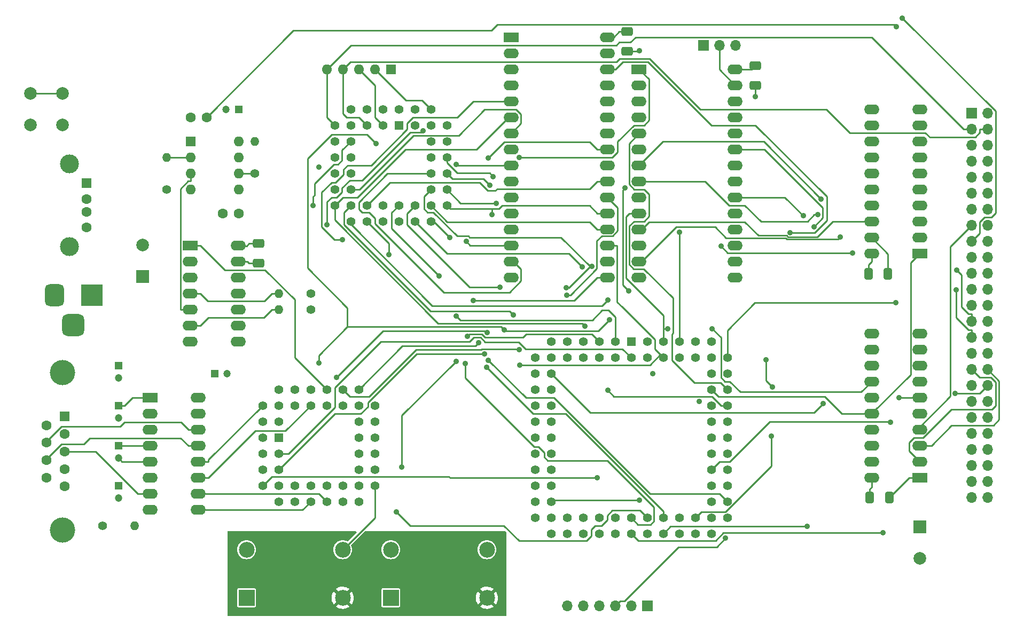
<source format=gbr>
%TF.GenerationSoftware,KiCad,Pcbnew,6.0.5-a6ca702e91~116~ubuntu20.04.1*%
%TF.CreationDate,2022-05-22T19:55:41+02:00*%
%TF.ProjectId,cpu_mem_cpld,6370755f-6d65-46d5-9f63-706c642e6b69,rev?*%
%TF.SameCoordinates,Original*%
%TF.FileFunction,Copper,L1,Top*%
%TF.FilePolarity,Positive*%
%FSLAX46Y46*%
G04 Gerber Fmt 4.6, Leading zero omitted, Abs format (unit mm)*
G04 Created by KiCad (PCBNEW 6.0.5-a6ca702e91~116~ubuntu20.04.1) date 2022-05-22 19:55:41*
%MOMM*%
%LPD*%
G01*
G04 APERTURE LIST*
G04 Aperture macros list*
%AMRoundRect*
0 Rectangle with rounded corners*
0 $1 Rounding radius*
0 $2 $3 $4 $5 $6 $7 $8 $9 X,Y pos of 4 corners*
0 Add a 4 corners polygon primitive as box body*
4,1,4,$2,$3,$4,$5,$6,$7,$8,$9,$2,$3,0*
0 Add four circle primitives for the rounded corners*
1,1,$1+$1,$2,$3*
1,1,$1+$1,$4,$5*
1,1,$1+$1,$6,$7*
1,1,$1+$1,$8,$9*
0 Add four rect primitives between the rounded corners*
20,1,$1+$1,$2,$3,$4,$5,0*
20,1,$1+$1,$4,$5,$6,$7,0*
20,1,$1+$1,$6,$7,$8,$9,0*
20,1,$1+$1,$8,$9,$2,$3,0*%
G04 Aperture macros list end*
%TA.AperFunction,ComponentPad*%
%ADD10R,1.700000X1.700000*%
%TD*%
%TA.AperFunction,ComponentPad*%
%ADD11O,1.700000X1.700000*%
%TD*%
%TA.AperFunction,SMDPad,CuDef*%
%ADD12RoundRect,0.250000X-0.650000X0.412500X-0.650000X-0.412500X0.650000X-0.412500X0.650000X0.412500X0*%
%TD*%
%TA.AperFunction,ComponentPad*%
%ADD13C,1.400000*%
%TD*%
%TA.AperFunction,ComponentPad*%
%ADD14O,1.400000X1.400000*%
%TD*%
%TA.AperFunction,ComponentPad*%
%ADD15R,1.200000X1.200000*%
%TD*%
%TA.AperFunction,ComponentPad*%
%ADD16C,1.200000*%
%TD*%
%TA.AperFunction,ComponentPad*%
%ADD17R,1.600000X1.600000*%
%TD*%
%TA.AperFunction,ComponentPad*%
%ADD18O,1.600000X1.600000*%
%TD*%
%TA.AperFunction,ComponentPad*%
%ADD19R,1.422400X1.422400*%
%TD*%
%TA.AperFunction,ComponentPad*%
%ADD20C,1.422400*%
%TD*%
%TA.AperFunction,ComponentPad*%
%ADD21R,2.400000X1.600000*%
%TD*%
%TA.AperFunction,ComponentPad*%
%ADD22O,2.400000X1.600000*%
%TD*%
%TA.AperFunction,ComponentPad*%
%ADD23C,2.000000*%
%TD*%
%TA.AperFunction,ComponentPad*%
%ADD24R,2.500000X2.500000*%
%TD*%
%TA.AperFunction,ComponentPad*%
%ADD25C,2.500000*%
%TD*%
%TA.AperFunction,SMDPad,CuDef*%
%ADD26RoundRect,0.250000X-0.412500X-0.650000X0.412500X-0.650000X0.412500X0.650000X-0.412500X0.650000X0*%
%TD*%
%TA.AperFunction,ComponentPad*%
%ADD27R,3.500000X3.500000*%
%TD*%
%TA.AperFunction,ComponentPad*%
%ADD28RoundRect,0.750000X-0.750000X-1.000000X0.750000X-1.000000X0.750000X1.000000X-0.750000X1.000000X0*%
%TD*%
%TA.AperFunction,ComponentPad*%
%ADD29RoundRect,0.875000X-0.875000X-0.875000X0.875000X-0.875000X0.875000X0.875000X-0.875000X0.875000X0*%
%TD*%
%TA.AperFunction,ComponentPad*%
%ADD30C,1.600000*%
%TD*%
%TA.AperFunction,ComponentPad*%
%ADD31R,2.000000X2.000000*%
%TD*%
%TA.AperFunction,ComponentPad*%
%ADD32R,1.500000X1.600000*%
%TD*%
%TA.AperFunction,ComponentPad*%
%ADD33C,3.000000*%
%TD*%
%TA.AperFunction,ComponentPad*%
%ADD34C,4.000000*%
%TD*%
%TA.AperFunction,ViaPad*%
%ADD35C,0.889000*%
%TD*%
%TA.AperFunction,Conductor*%
%ADD36C,0.254000*%
%TD*%
G04 APERTURE END LIST*
D10*
%TO.P,P5,1,Pin_1*%
%TO.N,VCC*%
X215265000Y-65405000D03*
D11*
%TO.P,P5,2,Pin_2*%
%TO.N,/~{RESET}*%
X217805000Y-65405000D03*
%TO.P,P5,3,Pin_3*%
%TO.N,/~{NMI}*%
X215265000Y-67945000D03*
%TO.P,P5,4,Pin_4*%
%TO.N,/~{IRQ}*%
X217805000Y-67945000D03*
%TO.P,P5,5,Pin_5*%
%TO.N,unconnected-(P5-Pad5)*%
X215265000Y-70485000D03*
%TO.P,P5,6,Pin_6*%
%TO.N,/Connector/D7*%
X217805000Y-70485000D03*
%TO.P,P5,7,Pin_7*%
%TO.N,/Connector/D6*%
X215265000Y-73025000D03*
%TO.P,P5,8,Pin_8*%
%TO.N,/Connector/D5*%
X217805000Y-73025000D03*
%TO.P,P5,9,Pin_9*%
%TO.N,/Connector/D4*%
X215265000Y-75565000D03*
%TO.P,P5,10,Pin_10*%
%TO.N,/Connector/D3*%
X217805000Y-75565000D03*
%TO.P,P5,11,Pin_11*%
%TO.N,/Connector/D2*%
X215265000Y-78105000D03*
%TO.P,P5,12,Pin_12*%
%TO.N,/Connector/D1*%
X217805000Y-78105000D03*
%TO.P,P5,13,Pin_13*%
%TO.N,/Connector/D0*%
X215265000Y-80645000D03*
%TO.P,P5,14,Pin_14*%
%TO.N,unconnected-(P5-Pad14)*%
X217805000Y-80645000D03*
%TO.P,P5,15,Pin_15*%
%TO.N,/Connector/R~{W}*%
X215265000Y-83185000D03*
%TO.P,P5,16,Pin_16*%
%TO.N,unconnected-(P5-Pad16)*%
X217805000Y-83185000D03*
%TO.P,P5,17,Pin_17*%
%TO.N,/CPU_RDY*%
X215265000Y-85725000D03*
%TO.P,P5,18,Pin_18*%
%TO.N,unconnected-(P5-Pad18)*%
X217805000Y-85725000D03*
%TO.P,P5,19,Pin_19*%
%TO.N,unconnected-(P5-Pad19)*%
X215265000Y-88265000D03*
%TO.P,P5,20,Pin_20*%
%TO.N,unconnected-(P5-Pad20)*%
X217805000Y-88265000D03*
%TO.P,P5,21,Pin_21*%
%TO.N,/~{CS_OPL}*%
X215265000Y-90805000D03*
%TO.P,P5,22,Pin_22*%
%TO.N,/~{CS_VIA}*%
X217805000Y-90805000D03*
%TO.P,P5,23,Pin_23*%
%TO.N,/~{CS_UART2}*%
X215265000Y-93345000D03*
%TO.P,P5,24,Pin_24*%
%TO.N,/~{CSR_VDP}*%
X217805000Y-93345000D03*
%TO.P,P5,25,Pin_25*%
%TO.N,GND*%
X215265000Y-95885000D03*
%TO.P,P5,26,Pin_26*%
X217805000Y-95885000D03*
%TO.P,P5,27,Pin_27*%
%TO.N,/Connector/A3*%
X215265000Y-98425000D03*
%TO.P,P5,28,Pin_28*%
%TO.N,/Connector/A2*%
X217805000Y-98425000D03*
%TO.P,P5,29,Pin_29*%
%TO.N,/Connector/A1*%
X215265000Y-100965000D03*
%TO.P,P5,30,Pin_30*%
%TO.N,/Connector/A0*%
X217805000Y-100965000D03*
%TO.P,P5,31,Pin_31*%
%TO.N,GND*%
X215265000Y-103505000D03*
%TO.P,P5,32,Pin_32*%
X217805000Y-103505000D03*
%TO.P,P5,33,Pin_33*%
%TO.N,/Connector/~{OE}*%
X215265000Y-106045000D03*
%TO.P,P5,34,Pin_34*%
%TO.N,/Connector/~{WE}*%
X217805000Y-106045000D03*
%TO.P,P5,35,Pin_35*%
%TO.N,GND*%
X215265000Y-108585000D03*
%TO.P,P5,36,Pin_36*%
%TO.N,/Connector/PHI2*%
X217805000Y-108585000D03*
%TO.P,P5,37,Pin_37*%
%TO.N,GND*%
X215265000Y-111125000D03*
%TO.P,P5,38,Pin_38*%
%TO.N,/RESET_TRIG*%
X217805000Y-111125000D03*
%TO.P,P5,39,Pin_39*%
%TO.N,unconnected-(P5-Pad39)*%
X215265000Y-113665000D03*
%TO.P,P5,40,Pin_40*%
%TO.N,unconnected-(P5-Pad40)*%
X217805000Y-113665000D03*
%TO.P,P5,41,Pin_41*%
%TO.N,unconnected-(P5-Pad41)*%
X215265000Y-116205000D03*
%TO.P,P5,42,Pin_42*%
%TO.N,unconnected-(P5-Pad42)*%
X217805000Y-116205000D03*
%TO.P,P5,43,Pin_43*%
%TO.N,VCC*%
X215265000Y-118745000D03*
%TO.P,P5,44,Pin_44*%
X217805000Y-118745000D03*
%TO.P,P5,45,Pin_45*%
X215265000Y-121285000D03*
%TO.P,P5,46,Pin_46*%
X217805000Y-121285000D03*
%TO.P,P5,47,Pin_47*%
%TO.N,GND*%
X215265000Y-123825000D03*
%TO.P,P5,48,Pin_48*%
X217805000Y-123825000D03*
%TO.P,P5,49,Pin_49*%
X215265000Y-126365000D03*
%TO.P,P5,50,Pin_50*%
X217805000Y-126365000D03*
%TD*%
D12*
%TO.P,C10,1*%
%TO.N,VCC*%
X160655000Y-52412500D03*
%TO.P,C10,2*%
%TO.N,GND*%
X160655000Y-55537500D03*
%TD*%
D13*
%TO.P,R2,1*%
%TO.N,VCC*%
X110490000Y-96520000D03*
D14*
%TO.P,R2,2*%
%TO.N,/~{RESET}*%
X105410000Y-96520000D03*
%TD*%
D13*
%TO.P,R5,1*%
%TO.N,VCC*%
X87630000Y-77470000D03*
D14*
%TO.P,R5,2*%
%TO.N,/RESET_TRIG*%
X87630000Y-72390000D03*
%TD*%
D15*
%TO.P,C25,1*%
%TO.N,VCC*%
X80010000Y-105410000D03*
D16*
%TO.P,C25,2*%
%TO.N,Net-(C25-Pad2)*%
X80010000Y-107410000D03*
%TD*%
D10*
%TO.P,JP1,1,A*%
%TO.N,/~{WE}*%
X172720000Y-54610000D03*
D11*
%TO.P,JP1,2,C*%
%TO.N,Net-(JP1-Pad2)*%
X175260000Y-54610000D03*
%TO.P,JP1,3,B*%
%TO.N,VCC*%
X177800000Y-54610000D03*
%TD*%
D17*
%TO.P,U6,1,GND*%
%TO.N,GND*%
X91450000Y-69860000D03*
D18*
%TO.P,U6,2,TR*%
%TO.N,/RESET_TRIG*%
X91450000Y-72400000D03*
%TO.P,U6,3,Q*%
%TO.N,Net-(U5-Pad5)*%
X91450000Y-74940000D03*
%TO.P,U6,4,R*%
%TO.N,VCC*%
X91450000Y-77480000D03*
%TO.P,U6,5,CV*%
%TO.N,Net-(C3-Pad1)*%
X99070000Y-77480000D03*
%TO.P,U6,6,THR*%
%TO.N,Net-(C4-Pad1)*%
X99070000Y-74940000D03*
%TO.P,U6,7,DIS*%
X99070000Y-72400000D03*
%TO.P,U6,8,VCC*%
%TO.N,VCC*%
X99070000Y-69860000D03*
%TD*%
D19*
%TO.P,U11,1,NC*%
%TO.N,unconnected-(U11-Pad1)*%
X105410000Y-116840000D03*
D20*
%TO.P,U11,2,D0*%
%TO.N,/D0*%
X102870000Y-119380000D03*
%TO.P,U11,3,D1*%
%TO.N,/D1*%
X105410000Y-119380000D03*
%TO.P,U11,4,D2*%
%TO.N,/D2*%
X102870000Y-121920000D03*
%TO.P,U11,5,D3*%
%TO.N,/D3*%
X105410000Y-121920000D03*
%TO.P,U11,6,D4*%
%TO.N,/D4*%
X102870000Y-124460000D03*
%TO.P,U11,7,D5*%
%TO.N,/D5*%
X105410000Y-127000000D03*
%TO.P,U11,8,D6*%
%TO.N,/D6*%
X105410000Y-124460000D03*
%TO.P,U11,9,D7*%
%TO.N,/D7*%
X107950000Y-127000000D03*
%TO.P,U11,10,RCLK*%
%TO.N,Net-(U11-Pad10)*%
X107950000Y-124460000D03*
%TO.P,U11,11,SIN*%
%TO.N,Net-(U11-Pad11)*%
X110490000Y-127000000D03*
%TO.P,U11,12,NC*%
%TO.N,unconnected-(U11-Pad12)*%
X110490000Y-124460000D03*
%TO.P,U11,13,SOUT*%
%TO.N,Net-(U11-Pad13)*%
X113030000Y-127000000D03*
%TO.P,U11,14,CS0*%
%TO.N,VCC*%
X113030000Y-124460000D03*
%TO.P,U11,15,CS1*%
X115570000Y-127000000D03*
%TO.P,U11,16,~{CS2}*%
%TO.N,/~{CS_UART}*%
X115570000Y-124460000D03*
%TO.P,U11,17,~{BAUDOUT}*%
%TO.N,Net-(U11-Pad10)*%
X118110000Y-127000000D03*
%TO.P,U11,18,XIN*%
%TO.N,Net-(U11-Pad18)*%
X120650000Y-124460000D03*
%TO.P,U11,19,XOUT*%
%TO.N,unconnected-(U11-Pad19)*%
X118110000Y-124460000D03*
%TO.P,U11,20,~{WR}*%
%TO.N,/~{WE}*%
X120650000Y-121920000D03*
%TO.P,U11,21,WR*%
%TO.N,GND*%
X118110000Y-121920000D03*
%TO.P,U11,22,GND*%
X120650000Y-119380000D03*
%TO.P,U11,23,NC*%
%TO.N,unconnected-(U11-Pad23)*%
X118110000Y-119380000D03*
%TO.P,U11,24,~{RD}*%
%TO.N,/~{OE}*%
X120650000Y-116840000D03*
%TO.P,U11,25,RD*%
%TO.N,GND*%
X118110000Y-116840000D03*
%TO.P,U11,26,DDIS*%
%TO.N,unconnected-(U11-Pad26)*%
X120650000Y-114300000D03*
%TO.P,U11,27,~{TXRDY}*%
%TO.N,unconnected-(U11-Pad27)*%
X118110000Y-114300000D03*
%TO.P,U11,28,~{ADS}*%
%TO.N,GND*%
X120650000Y-111760000D03*
%TO.P,U11,29,A2*%
%TO.N,/CPU_A2*%
X118110000Y-109220000D03*
%TO.P,U11,30,A1*%
%TO.N,/CPU_A1*%
X118110000Y-111760000D03*
%TO.P,U11,31,A0*%
%TO.N,/CPU_A0*%
X115570000Y-109220000D03*
%TO.P,U11,32,~{RXRDY}*%
%TO.N,unconnected-(U11-Pad32)*%
X115570000Y-111760000D03*
%TO.P,U11,33,INTR*%
%TO.N,Net-(U11-Pad33)*%
X113030000Y-109220000D03*
%TO.P,U11,34,NC*%
%TO.N,unconnected-(U11-Pad34)*%
X113030000Y-111760000D03*
%TO.P,U11,35,~{OUT2}*%
%TO.N,unconnected-(U11-Pad35)*%
X110490000Y-109220000D03*
%TO.P,U11,36,~{RTS}*%
%TO.N,Net-(U11-Pad36)*%
X110490000Y-111760000D03*
%TO.P,U11,37,~{DTR}*%
%TO.N,unconnected-(U11-Pad37)*%
X107950000Y-109220000D03*
%TO.P,U11,38,~{OUT1}*%
%TO.N,unconnected-(U11-Pad38)*%
X107950000Y-111760000D03*
%TO.P,U11,39,MR*%
%TO.N,Net-(R1-Pad2)*%
X105410000Y-109220000D03*
%TO.P,U11,40,~{CTS}*%
%TO.N,Net-(U11-Pad40)*%
X102870000Y-111760000D03*
%TO.P,U11,41,~{DSR}*%
%TO.N,VCC*%
X105410000Y-111760000D03*
%TO.P,U11,42,~{DCD}*%
X102870000Y-114300000D03*
%TO.P,U11,43,~{RI}*%
X105410000Y-114300000D03*
%TO.P,U11,44,VCC*%
X102870000Y-116840000D03*
%TD*%
D10*
%TO.P,JTAG1,1,Pin_1*%
%TO.N,/TMS*%
X163830000Y-143510000D03*
D11*
%TO.P,JTAG1,2,Pin_2*%
%TO.N,/TDI*%
X161290000Y-143510000D03*
%TO.P,JTAG1,3,Pin_3*%
%TO.N,/TDO*%
X158750000Y-143510000D03*
%TO.P,JTAG1,4,Pin_4*%
%TO.N,/TCK*%
X156210000Y-143510000D03*
%TO.P,JTAG1,5,Pin_5*%
%TO.N,GND*%
X153670000Y-143510000D03*
%TO.P,JTAG1,6,Pin_6*%
%TO.N,VCC*%
X151130000Y-143510000D03*
%TD*%
D15*
%TO.P,C4,1*%
%TO.N,Net-(C4-Pad1)*%
X99060000Y-64770000D03*
D16*
%TO.P,C4,2*%
%TO.N,GND*%
X97060000Y-64770000D03*
%TD*%
D21*
%TO.P,U10,1,A->B*%
%TO.N,/CPU_R~{W}*%
X207010000Y-87630000D03*
D22*
%TO.P,U10,2,A0*%
%TO.N,/Connector/D0*%
X207010000Y-85090000D03*
%TO.P,U10,3,A1*%
%TO.N,/Connector/D1*%
X207010000Y-82550000D03*
%TO.P,U10,4,A2*%
%TO.N,/Connector/D2*%
X207010000Y-80010000D03*
%TO.P,U10,5,A3*%
%TO.N,/Connector/D3*%
X207010000Y-77470000D03*
%TO.P,U10,6,A4*%
%TO.N,/Connector/D4*%
X207010000Y-74930000D03*
%TO.P,U10,7,A5*%
%TO.N,/Connector/D5*%
X207010000Y-72390000D03*
%TO.P,U10,8,A6*%
%TO.N,/Connector/D6*%
X207010000Y-69850000D03*
%TO.P,U10,9,A7*%
%TO.N,/Connector/D7*%
X207010000Y-67310000D03*
%TO.P,U10,10,GND*%
%TO.N,GND*%
X207010000Y-64770000D03*
%TO.P,U10,11,B7*%
%TO.N,/D7*%
X199390000Y-64770000D03*
%TO.P,U10,12,B6*%
%TO.N,/D6*%
X199390000Y-67310000D03*
%TO.P,U10,13,B5*%
%TO.N,/D5*%
X199390000Y-69850000D03*
%TO.P,U10,14,B4*%
%TO.N,/D4*%
X199390000Y-72390000D03*
%TO.P,U10,15,B3*%
%TO.N,/D3*%
X199390000Y-74930000D03*
%TO.P,U10,16,B2*%
%TO.N,/D2*%
X199390000Y-77470000D03*
%TO.P,U10,17,B1*%
%TO.N,/D1*%
X199390000Y-80010000D03*
%TO.P,U10,18,B0*%
%TO.N,/D0*%
X199390000Y-82550000D03*
%TO.P,U10,19,CE*%
%TO.N,GND*%
X199390000Y-85090000D03*
%TO.P,U10,20,VCC*%
%TO.N,VCC*%
X199390000Y-87630000D03*
%TD*%
D23*
%TO.P,SW1,1,1*%
%TO.N,/RESET_TRIG*%
X71120000Y-62230000D03*
%TO.P,SW1,2,2*%
%TO.N,GND*%
X71120000Y-67230000D03*
%TO.P,SW1,3,3*%
%TO.N,/RESET_TRIG*%
X66120000Y-62230000D03*
%TO.P,SW1,4,4*%
%TO.N,GND*%
X66120000Y-67230000D03*
%TD*%
D24*
%TO.P,X2,1,NC*%
%TO.N,unconnected-(X2-Pad1)*%
X100330000Y-142240000D03*
D25*
%TO.P,X2,7,GND*%
%TO.N,GND*%
X115570000Y-142240000D03*
%TO.P,X2,8,FREQ*%
%TO.N,Net-(U11-Pad18)*%
X115570000Y-134620000D03*
%TO.P,X2,14,+5V*%
%TO.N,VCC*%
X100330000Y-134620000D03*
%TD*%
D26*
%TO.P,C5,1*%
%TO.N,VCC*%
X198882000Y-90855800D03*
%TO.P,C5,2*%
%TO.N,GND*%
X202007000Y-90855800D03*
%TD*%
D21*
%TO.P,U9,1,A->B*%
%TO.N,GND*%
X207010000Y-123190000D03*
D22*
%TO.P,U9,2,A0*%
%TO.N,/Connector/~{OE}*%
X207010000Y-120650000D03*
%TO.P,U9,3,A1*%
%TO.N,/Connector/~{WE}*%
X207010000Y-118110000D03*
%TO.P,U9,4,A2*%
%TO.N,/Connector/R~{W}*%
X207010000Y-115570000D03*
%TO.P,U9,5,A3*%
%TO.N,/Connector/PHI2*%
X207010000Y-113030000D03*
%TO.P,U9,6,A4*%
%TO.N,/Connector/A0*%
X207010000Y-110490000D03*
%TO.P,U9,7,A5*%
%TO.N,/Connector/A1*%
X207010000Y-107950000D03*
%TO.P,U9,8,A6*%
%TO.N,/Connector/A2*%
X207010000Y-105410000D03*
%TO.P,U9,9,A7*%
%TO.N,/Connector/A3*%
X207010000Y-102870000D03*
%TO.P,U9,10,GND*%
%TO.N,GND*%
X207010000Y-100330000D03*
%TO.P,U9,11,B7*%
%TO.N,/CPU_A3*%
X199390000Y-100330000D03*
%TO.P,U9,12,B6*%
%TO.N,/CPU_A2*%
X199390000Y-102870000D03*
%TO.P,U9,13,B5*%
%TO.N,/CPU_A1*%
X199390000Y-105410000D03*
%TO.P,U9,14,B4*%
%TO.N,/CPU_A0*%
X199390000Y-107950000D03*
%TO.P,U9,15,B3*%
%TO.N,/PHI2*%
X199390000Y-110490000D03*
%TO.P,U9,16,B2*%
%TO.N,/CPU_R~{W}*%
X199390000Y-113030000D03*
%TO.P,U9,17,B1*%
%TO.N,/~{WE}*%
X199390000Y-115570000D03*
%TO.P,U9,18,B0*%
%TO.N,/~{OE}*%
X199390000Y-118110000D03*
%TO.P,U9,19,CE*%
%TO.N,GND*%
X199390000Y-120650000D03*
%TO.P,U9,20,VCC*%
%TO.N,VCC*%
X199390000Y-123190000D03*
%TD*%
D27*
%TO.P,CON1,1*%
%TO.N,VCC*%
X75850000Y-94292500D03*
D28*
%TO.P,CON1,2*%
%TO.N,GND*%
X69850000Y-94292500D03*
D29*
%TO.P,CON1,3*%
%TO.N,N/C*%
X72850000Y-98992500D03*
%TD*%
D19*
%TO.P,U2,1,P1*%
%TO.N,/D0*%
X161290000Y-101600000D03*
D20*
%TO.P,U2,2,P2*%
%TO.N,/D1*%
X161290000Y-104140000D03*
%TO.P,U2,3,P3*%
%TO.N,/CPU_A15*%
X158750000Y-101600000D03*
%TO.P,U2,4,P4*%
%TO.N,unconnected-(U2-Pad4)*%
X158750000Y-104140000D03*
%TO.P,U2,5,P5*%
%TO.N,/EXT_A14*%
X156210000Y-101600000D03*
%TO.P,U2,6,P6*%
%TO.N,unconnected-(U2-Pad6)*%
X156210000Y-104140000D03*
%TO.P,U2,7,P7*%
%TO.N,unconnected-(U2-Pad7)*%
X153670000Y-101600000D03*
%TO.P,U2,8,GND*%
%TO.N,GND*%
X153670000Y-104140000D03*
%TO.P,U2,9,I/O/GCK1*%
%TO.N,/CLKIN*%
X151130000Y-101600000D03*
%TO.P,U2,10,I/O/GCK2*%
%TO.N,unconnected-(U2-Pad10)*%
X151130000Y-104140000D03*
%TO.P,U2,11,P11*%
%TO.N,unconnected-(U2-Pad11)*%
X148590000Y-101600000D03*
%TO.P,U2,12,I/O/GCK3*%
%TO.N,unconnected-(U2-Pad12)*%
X146050000Y-104140000D03*
%TO.P,U2,13,P13*%
%TO.N,/CPU_A14*%
X148590000Y-104140000D03*
%TO.P,U2,14,P14*%
%TO.N,/CPU_RDY*%
X146050000Y-106680000D03*
%TO.P,U2,15,P15*%
%TO.N,/CPU_A1*%
X148590000Y-106680000D03*
%TO.P,U2,16,GND*%
%TO.N,GND*%
X146050000Y-109220000D03*
%TO.P,U2,17,P17*%
%TO.N,/CPU_A8*%
X148590000Y-109220000D03*
%TO.P,U2,18,P18*%
%TO.N,/EXT_A15*%
X146050000Y-111760000D03*
%TO.P,U2,19,P19*%
%TO.N,/PHI2*%
X148590000Y-111760000D03*
%TO.P,U2,20,P20*%
%TO.N,unconnected-(U2-Pad20)*%
X146050000Y-114300000D03*
%TO.P,U2,21,P21*%
%TO.N,unconnected-(U2-Pad21)*%
X148590000Y-114300000D03*
%TO.P,U2,22,VCCIO*%
%TO.N,VCC*%
X146050000Y-116840000D03*
%TO.P,U2,23,P23*%
%TO.N,/D6*%
X148590000Y-116840000D03*
%TO.P,U2,24,P24*%
%TO.N,unconnected-(U2-Pad24)*%
X146050000Y-119380000D03*
%TO.P,U2,25,P25*%
%TO.N,/~{CS_RAM}*%
X148590000Y-119380000D03*
%TO.P,U2,26,P26*%
%TO.N,/~{CS_UART}*%
X146050000Y-121920000D03*
%TO.P,U2,27,GND*%
%TO.N,GND*%
X148590000Y-121920000D03*
%TO.P,U2,28,TDI*%
%TO.N,/TDI*%
X146050000Y-124460000D03*
%TO.P,U2,29,TMS*%
%TO.N,/TMS*%
X148590000Y-124460000D03*
%TO.P,U2,30,TCK*%
%TO.N,/TCK*%
X146050000Y-127000000D03*
%TO.P,U2,31,P31*%
%TO.N,/~{CS_ROM}*%
X148590000Y-127000000D03*
%TO.P,U2,32,P32*%
%TO.N,/~{CS_UART2}*%
X146050000Y-129540000D03*
%TO.P,U2,33,P33*%
%TO.N,/~{CS_VDP}*%
X148590000Y-132080000D03*
%TO.P,U2,34,P34*%
%TO.N,unconnected-(U2-Pad34)*%
X148590000Y-129540000D03*
%TO.P,U2,35,P35*%
%TO.N,/~{CS_OPL}*%
X151130000Y-132080000D03*
%TO.P,U2,36,P36*%
%TO.N,unconnected-(U2-Pad36)*%
X151130000Y-129540000D03*
%TO.P,U2,37,P37*%
%TO.N,/~{OE}*%
X153670000Y-132080000D03*
%TO.P,U2,38,VCC*%
%TO.N,VCC*%
X153670000Y-129540000D03*
%TO.P,U2,39,P39*%
%TO.N,/~{WE}*%
X156210000Y-132080000D03*
%TO.P,U2,40,P40*%
%TO.N,unconnected-(U2-Pad40)*%
X156210000Y-129540000D03*
%TO.P,U2,41,P41*%
%TO.N,unconnected-(U2-Pad41)*%
X158750000Y-132080000D03*
%TO.P,U2,42,GND*%
%TO.N,GND*%
X158750000Y-129540000D03*
%TO.P,U2,43,P43*%
%TO.N,/~{CS_VIA}*%
X161290000Y-132080000D03*
%TO.P,U2,44,P44*%
%TO.N,/CPU_A9*%
X161290000Y-129540000D03*
%TO.P,U2,45,P45*%
%TO.N,unconnected-(U2-Pad45)*%
X163830000Y-132080000D03*
%TO.P,U2,46,P46*%
%TO.N,/D2*%
X163830000Y-129540000D03*
%TO.P,U2,47,P47*%
%TO.N,/EXT_A16*%
X166370000Y-132080000D03*
%TO.P,U2,48,P48*%
%TO.N,/CPU_A4*%
X166370000Y-129540000D03*
%TO.P,U2,49,GND*%
%TO.N,GND*%
X168910000Y-132080000D03*
%TO.P,U2,50,P50*%
%TO.N,unconnected-(U2-Pad50)*%
X168910000Y-129540000D03*
%TO.P,U2,51,P51*%
%TO.N,unconnected-(U2-Pad51)*%
X171450000Y-132080000D03*
%TO.P,U2,52,P52*%
%TO.N,/EXT_A17*%
X171450000Y-129540000D03*
%TO.P,U2,53,P53*%
%TO.N,/CPU_A6*%
X173990000Y-132080000D03*
%TO.P,U2,54,P54*%
%TO.N,unconnected-(U2-Pad54)*%
X176530000Y-129540000D03*
%TO.P,U2,55,P55*%
%TO.N,unconnected-(U2-Pad55)*%
X173990000Y-129540000D03*
%TO.P,U2,56,P56*%
%TO.N,/CPU_A12*%
X176530000Y-127000000D03*
%TO.P,U2,57,P57*%
%TO.N,unconnected-(U2-Pad57)*%
X173990000Y-127000000D03*
%TO.P,U2,58,P58*%
%TO.N,unconnected-(U2-Pad58)*%
X176530000Y-124460000D03*
%TO.P,U2,59,TDO*%
%TO.N,/TDO*%
X173990000Y-124460000D03*
%TO.P,U2,60,GND*%
%TO.N,GND*%
X176530000Y-121920000D03*
%TO.P,U2,61,P61*%
%TO.N,/EXT_A18*%
X173990000Y-121920000D03*
%TO.P,U2,62,P62*%
%TO.N,unconnected-(U2-Pad62)*%
X176530000Y-119380000D03*
%TO.P,U2,63,P63*%
%TO.N,unconnected-(U2-Pad63)*%
X173990000Y-119380000D03*
%TO.P,U2,64,VCCIO*%
%TO.N,VCC*%
X176530000Y-116840000D03*
%TO.P,U2,65,P65*%
%TO.N,/CPU_A10*%
X173990000Y-116840000D03*
%TO.P,U2,66,P66*%
%TO.N,/CPU_A11*%
X176530000Y-114300000D03*
%TO.P,U2,67,P67*%
%TO.N,unconnected-(U2-Pad67)*%
X173990000Y-114300000D03*
%TO.P,U2,68,P68*%
%TO.N,/D4*%
X176530000Y-111760000D03*
%TO.P,U2,69,P69*%
%TO.N,unconnected-(U2-Pad69)*%
X173990000Y-111760000D03*
%TO.P,U2,70,P70*%
%TO.N,/CPU_A5*%
X176530000Y-109220000D03*
%TO.P,U2,71,P71*%
%TO.N,/CPU_R~{W}*%
X173990000Y-109220000D03*
%TO.P,U2,72,P72*%
%TO.N,/D3*%
X176530000Y-106680000D03*
%TO.P,U2,73,VCC*%
%TO.N,VCC*%
X173990000Y-106680000D03*
%TO.P,U2,74,I/O/GSR*%
%TO.N,/~{RESET}*%
X176530000Y-104140000D03*
%TO.P,U2,75,P75*%
%TO.N,unconnected-(U2-Pad75)*%
X173990000Y-101600000D03*
%TO.P,U2,76,I/O/GTS1*%
%TO.N,unconnected-(U2-Pad76)*%
X173990000Y-104140000D03*
%TO.P,U2,77,I/O/GTS2*%
%TO.N,unconnected-(U2-Pad77)*%
X171450000Y-101600000D03*
%TO.P,U2,78,VCC*%
%TO.N,VCC*%
X171450000Y-104140000D03*
%TO.P,U2,79,P79*%
%TO.N,/D7*%
X168910000Y-101600000D03*
%TO.P,U2,80,P80*%
%TO.N,unconnected-(U2-Pad80)*%
X168910000Y-104140000D03*
%TO.P,U2,81,P81*%
%TO.N,/CPU_A0*%
X166370000Y-101600000D03*
%TO.P,U2,82,P82*%
%TO.N,/D5*%
X166370000Y-104140000D03*
%TO.P,U2,83,P83*%
%TO.N,/CPU_A7*%
X163830000Y-101600000D03*
%TO.P,U2,84,P84*%
%TO.N,/CPU_A13*%
X163830000Y-104140000D03*
%TD*%
D24*
%TO.P,X1,1,NC*%
%TO.N,unconnected-(X1-Pad1)*%
X123190000Y-142240000D03*
D25*
%TO.P,X1,7,GND*%
%TO.N,GND*%
X138430000Y-142240000D03*
%TO.P,X1,8,FREQ*%
%TO.N,/CLKIN*%
X138430000Y-134620000D03*
%TO.P,X1,14,+5V*%
%TO.N,VCC*%
X123190000Y-134620000D03*
%TD*%
D12*
%TO.P,C15,1*%
%TO.N,VCC*%
X180975000Y-57835000D03*
%TO.P,C15,2*%
%TO.N,GND*%
X180975000Y-60960000D03*
%TD*%
D30*
%TO.P,C2,1*%
%TO.N,/RESET_TRIG*%
X93980000Y-66040000D03*
%TO.P,C2,2*%
%TO.N,GND*%
X91480000Y-66040000D03*
%TD*%
D12*
%TO.P,C12,1*%
%TO.N,VCC*%
X102235000Y-86067500D03*
%TO.P,C12,2*%
%TO.N,GND*%
X102235000Y-89192500D03*
%TD*%
D21*
%TO.P,U3,1,A14*%
%TO.N,/EXT_A14*%
X162555000Y-58405000D03*
D22*
%TO.P,U3,2,A12*%
%TO.N,/CPU_A12*%
X162555000Y-60945000D03*
%TO.P,U3,3,A7*%
%TO.N,/CPU_A7*%
X162555000Y-63485000D03*
%TO.P,U3,4,A6*%
%TO.N,/CPU_A6*%
X162555000Y-66025000D03*
%TO.P,U3,5,A5*%
%TO.N,/CPU_A5*%
X162555000Y-68565000D03*
%TO.P,U3,6,A4*%
%TO.N,/CPU_A4*%
X162555000Y-71105000D03*
%TO.P,U3,7,A3*%
%TO.N,/CPU_A3*%
X162555000Y-73645000D03*
%TO.P,U3,8,A2*%
%TO.N,/CPU_A2*%
X162555000Y-76185000D03*
%TO.P,U3,9,A1*%
%TO.N,/CPU_A1*%
X162555000Y-78725000D03*
%TO.P,U3,10,A0*%
%TO.N,/CPU_A0*%
X162555000Y-81265000D03*
%TO.P,U3,11,D0*%
%TO.N,/D0*%
X162555000Y-83805000D03*
%TO.P,U3,12,D1*%
%TO.N,/D1*%
X162555000Y-86345000D03*
%TO.P,U3,13,D2*%
%TO.N,/D2*%
X162555000Y-88885000D03*
%TO.P,U3,14,GND*%
%TO.N,GND*%
X162555000Y-91425000D03*
%TO.P,U3,15,D3*%
%TO.N,/D3*%
X177795000Y-91425000D03*
%TO.P,U3,16,D4*%
%TO.N,/D4*%
X177795000Y-88885000D03*
%TO.P,U3,17,D5*%
%TO.N,/D5*%
X177795000Y-86345000D03*
%TO.P,U3,18,D6*%
%TO.N,/D6*%
X177795000Y-83805000D03*
%TO.P,U3,19,D7*%
%TO.N,/D7*%
X177795000Y-81265000D03*
%TO.P,U3,20,~{CS}*%
%TO.N,/~{CS_ROM}*%
X177795000Y-78725000D03*
%TO.P,U3,21,A10*%
%TO.N,/CPU_A10*%
X177795000Y-76185000D03*
%TO.P,U3,22,~{OE}*%
%TO.N,/~{OE}*%
X177795000Y-73645000D03*
%TO.P,U3,23,A11*%
%TO.N,/CPU_A11*%
X177795000Y-71105000D03*
%TO.P,U3,24,A9*%
%TO.N,/CPU_A9*%
X177795000Y-68565000D03*
%TO.P,U3,25,A8*%
%TO.N,/CPU_A8*%
X177795000Y-66025000D03*
%TO.P,U3,26,A13*%
%TO.N,/CPU_A13*%
X177795000Y-63485000D03*
%TO.P,U3,27,~{WE}*%
%TO.N,Net-(JP1-Pad2)*%
X177795000Y-60945000D03*
%TO.P,U3,28,VCC*%
%TO.N,VCC*%
X177795000Y-58405000D03*
%TD*%
D21*
%TO.P,U4,1,A18*%
%TO.N,/EXT_A18*%
X142260000Y-53340000D03*
D22*
%TO.P,U4,2,A16*%
%TO.N,/EXT_A16*%
X142260000Y-55880000D03*
%TO.P,U4,3,A14*%
%TO.N,/EXT_A14*%
X142260000Y-58420000D03*
%TO.P,U4,4,A12*%
%TO.N,/CPU_A12*%
X142260000Y-60960000D03*
%TO.P,U4,5,A7*%
%TO.N,/CPU_A7*%
X142260000Y-63500000D03*
%TO.P,U4,6,A6*%
%TO.N,/CPU_A6*%
X142260000Y-66040000D03*
%TO.P,U4,7,A5*%
%TO.N,/CPU_A5*%
X142260000Y-68580000D03*
%TO.P,U4,8,A4*%
%TO.N,/CPU_A4*%
X142260000Y-71120000D03*
%TO.P,U4,9,A3*%
%TO.N,/CPU_A3*%
X142260000Y-73660000D03*
%TO.P,U4,10,A2*%
%TO.N,/CPU_A2*%
X142260000Y-76200000D03*
%TO.P,U4,11,A1*%
%TO.N,/CPU_A1*%
X142260000Y-78740000D03*
%TO.P,U4,12,A0*%
%TO.N,/CPU_A0*%
X142260000Y-81280000D03*
%TO.P,U4,13,DQ0*%
%TO.N,/D0*%
X142260000Y-83820000D03*
%TO.P,U4,14,DQ1*%
%TO.N,/D1*%
X142260000Y-86360000D03*
%TO.P,U4,15,DQ2*%
%TO.N,/D2*%
X142260000Y-88900000D03*
%TO.P,U4,16,VSS*%
%TO.N,GND*%
X142260000Y-91440000D03*
%TO.P,U4,17,DQ3*%
%TO.N,/D3*%
X157500000Y-91440000D03*
%TO.P,U4,18,DQ4*%
%TO.N,/D4*%
X157500000Y-88900000D03*
%TO.P,U4,19,DQ5*%
%TO.N,/D5*%
X157500000Y-86360000D03*
%TO.P,U4,20,DQ6*%
%TO.N,/D6*%
X157500000Y-83820000D03*
%TO.P,U4,21,DQ7*%
%TO.N,/D7*%
X157500000Y-81280000D03*
%TO.P,U4,22,CE#*%
%TO.N,/~{CS_RAM}*%
X157500000Y-78740000D03*
%TO.P,U4,23,A10*%
%TO.N,/CPU_A10*%
X157500000Y-76200000D03*
%TO.P,U4,24,OE#*%
%TO.N,/~{OE}*%
X157500000Y-73660000D03*
%TO.P,U4,25,A11*%
%TO.N,/CPU_A11*%
X157500000Y-71120000D03*
%TO.P,U4,26,A9*%
%TO.N,/CPU_A9*%
X157500000Y-68580000D03*
%TO.P,U4,27,A8*%
%TO.N,/CPU_A8*%
X157500000Y-66040000D03*
%TO.P,U4,28,A13*%
%TO.N,/CPU_A13*%
X157500000Y-63500000D03*
%TO.P,U4,29,WE#*%
%TO.N,/~{WE}*%
X157500000Y-60960000D03*
%TO.P,U4,30,A17*%
%TO.N,/EXT_A17*%
X157500000Y-58420000D03*
%TO.P,U4,31,A15*%
%TO.N,/EXT_A15*%
X157500000Y-55880000D03*
%TO.P,U4,32,VCC*%
%TO.N,VCC*%
X157500000Y-53340000D03*
%TD*%
D31*
%TO.P,C18,1*%
%TO.N,VCC*%
X207010000Y-130982300D03*
D23*
%TO.P,C18,2*%
%TO.N,GND*%
X207010000Y-135982300D03*
%TD*%
D13*
%TO.P,R6,1*%
%TO.N,Net-(C4-Pad1)*%
X101600000Y-74930000D03*
D14*
%TO.P,R6,2*%
%TO.N,VCC*%
X101600000Y-69850000D03*
%TD*%
D15*
%TO.P,C21,1*%
%TO.N,Net-(C21-Pad1)*%
X80010000Y-118110000D03*
D16*
%TO.P,C21,2*%
%TO.N,Net-(C21-Pad2)*%
X80010000Y-120110000D03*
%TD*%
D21*
%TO.P,U5,1*%
%TO.N,Net-(U11-Pad33)*%
X91425000Y-86355000D03*
D22*
%TO.P,U5,2*%
%TO.N,/~{IRQ}*%
X91425000Y-88895000D03*
%TO.P,U5,3*%
%TO.N,/~{RESET}*%
X91425000Y-91435000D03*
%TO.P,U5,4*%
%TO.N,Net-(R1-Pad2)*%
X91425000Y-93975000D03*
%TO.P,U5,5*%
%TO.N,Net-(U5-Pad5)*%
X91425000Y-96515000D03*
%TO.P,U5,6*%
%TO.N,/~{RESET}*%
X91425000Y-99055000D03*
%TO.P,U5,7,GND*%
%TO.N,GND*%
X91425000Y-101595000D03*
%TO.P,U5,8*%
%TO.N,unconnected-(U5-Pad8)*%
X99045000Y-101595000D03*
%TO.P,U5,9*%
%TO.N,GND*%
X99045000Y-99055000D03*
%TO.P,U5,10*%
%TO.N,unconnected-(U5-Pad10)*%
X99045000Y-96515000D03*
%TO.P,U5,11*%
%TO.N,GND*%
X99045000Y-93975000D03*
%TO.P,U5,12*%
%TO.N,unconnected-(U5-Pad12)*%
X99045000Y-91435000D03*
%TO.P,U5,13*%
%TO.N,GND*%
X99045000Y-88895000D03*
%TO.P,U5,14,VCC*%
%TO.N,VCC*%
X99045000Y-86355000D03*
%TD*%
D32*
%TO.P,J1,1,VBUS*%
%TO.N,VCC*%
X74930000Y-76510000D03*
D30*
%TO.P,J1,2,D-*%
%TO.N,unconnected-(J1-Pad2)*%
X74930000Y-79010000D03*
%TO.P,J1,3,D+*%
%TO.N,unconnected-(J1-Pad3)*%
X74930000Y-81010000D03*
%TO.P,J1,4,GND*%
%TO.N,GND*%
X74930000Y-83510000D03*
D33*
%TO.P,J1,5,Shield*%
%TO.N,unconnected-(J1-Pad5)*%
X72220000Y-86580000D03*
X72220000Y-73440000D03*
%TD*%
D15*
%TO.P,C20,1*%
%TO.N,Net-(C20-Pad1)*%
X80010000Y-111760000D03*
D16*
%TO.P,C20,2*%
%TO.N,Net-(C20-Pad2)*%
X80010000Y-113760000D03*
%TD*%
D26*
%TO.P,C8,1*%
%TO.N,VCC*%
X199097500Y-126365000D03*
%TO.P,C8,2*%
%TO.N,GND*%
X202222500Y-126365000D03*
%TD*%
D15*
%TO.P,C17,1*%
%TO.N,VCC*%
X95250000Y-106680000D03*
D16*
%TO.P,C17,2*%
%TO.N,GND*%
X97250000Y-106680000D03*
%TD*%
D30*
%TO.P,C3,1*%
%TO.N,Net-(C3-Pad1)*%
X99060000Y-81280000D03*
%TO.P,C3,2*%
%TO.N,GND*%
X96560000Y-81280000D03*
%TD*%
D17*
%TO.P,RN1,1,common*%
%TO.N,VCC*%
X123210000Y-58420000D03*
D18*
%TO.P,RN1,2,R1*%
%TO.N,/~{BE}*%
X120670000Y-58420000D03*
%TO.P,RN1,3,R2*%
%TO.N,/CPU_RDY*%
X118130000Y-58420000D03*
%TO.P,RN1,4,R3*%
%TO.N,/~{IRQ}*%
X115590000Y-58420000D03*
%TO.P,RN1,5,R4*%
%TO.N,/~{NMI}*%
X113050000Y-58420000D03*
%TD*%
D13*
%TO.P,R3,1*%
%TO.N,Net-(J3-Pad4)*%
X77470000Y-130810000D03*
D14*
%TO.P,R3,2*%
%TO.N,Net-(C25-Pad2)*%
X82550000Y-130810000D03*
%TD*%
D21*
%TO.P,U13,1,C1+*%
%TO.N,Net-(C20-Pad1)*%
X85075000Y-110505000D03*
D22*
%TO.P,U13,2,VS+*%
%TO.N,Net-(C25-Pad2)*%
X85075000Y-113045000D03*
%TO.P,U13,3,C1-*%
%TO.N,Net-(C20-Pad2)*%
X85075000Y-115585000D03*
%TO.P,U13,4,C2+*%
%TO.N,Net-(C21-Pad1)*%
X85075000Y-118125000D03*
%TO.P,U13,5,C2-*%
%TO.N,Net-(C21-Pad2)*%
X85075000Y-120665000D03*
%TO.P,U13,6,VS-*%
%TO.N,Net-(C23-Pad2)*%
X85075000Y-123205000D03*
%TO.P,U13,7,T2OUT*%
%TO.N,Net-(J3-Pad3)*%
X85075000Y-125745000D03*
%TO.P,U13,8,R2IN*%
%TO.N,Net-(J3-Pad2)*%
X85075000Y-128285000D03*
%TO.P,U13,9,R2OUT*%
%TO.N,Net-(U11-Pad11)*%
X92695000Y-128285000D03*
%TO.P,U13,10,T2IN*%
%TO.N,Net-(U11-Pad13)*%
X92695000Y-125745000D03*
%TO.P,U13,11,T1IN*%
%TO.N,Net-(U11-Pad36)*%
X92695000Y-123205000D03*
%TO.P,U13,12,R1OUT*%
%TO.N,Net-(U11-Pad40)*%
X92695000Y-120665000D03*
%TO.P,U13,13,R1IN*%
%TO.N,Net-(J3-Pad8)*%
X92695000Y-118125000D03*
%TO.P,U13,14,T1OUT*%
%TO.N,Net-(J3-Pad7)*%
X92695000Y-115585000D03*
%TO.P,U13,15,GND*%
%TO.N,GND*%
X92695000Y-113045000D03*
%TO.P,U13,16,VCC*%
%TO.N,VCC*%
X92695000Y-110505000D03*
%TD*%
D34*
%TO.P,J3,0*%
%TO.N,N/C*%
X71194000Y-131540300D03*
X71194000Y-106540300D03*
D17*
%TO.P,J3,1,1*%
%TO.N,unconnected-(J3-Pad1)*%
X71494000Y-113500300D03*
D30*
%TO.P,J3,2,2*%
%TO.N,Net-(J3-Pad2)*%
X71494000Y-116270300D03*
%TO.P,J3,3,3*%
%TO.N,Net-(J3-Pad3)*%
X71494000Y-119040300D03*
%TO.P,J3,4,4*%
%TO.N,Net-(J3-Pad4)*%
X71494000Y-121810300D03*
%TO.P,J3,5,5*%
%TO.N,GND*%
X71494000Y-124580300D03*
%TO.P,J3,6,6*%
%TO.N,unconnected-(J3-Pad6)*%
X68654000Y-114885300D03*
%TO.P,J3,7,7*%
%TO.N,Net-(J3-Pad7)*%
X68654000Y-117655300D03*
%TO.P,J3,8,8*%
%TO.N,Net-(J3-Pad8)*%
X68654000Y-120425300D03*
%TO.P,J3,9,9*%
%TO.N,unconnected-(J3-Pad9)*%
X68654000Y-123195300D03*
%TD*%
D15*
%TO.P,C23,1*%
%TO.N,GND*%
X80010000Y-124460000D03*
D16*
%TO.P,C23,2*%
%TO.N,Net-(C23-Pad2)*%
X80010000Y-126460000D03*
%TD*%
D19*
%TO.P,U1,1,VSS*%
%TO.N,GND*%
X124460000Y-67310000D03*
D20*
%TO.P,U1,2,~{VP}*%
%TO.N,unconnected-(U1-Pad2)*%
X121920000Y-64770000D03*
%TO.P,U1,3,RDY*%
%TO.N,/CPU_RDY*%
X121920000Y-67310000D03*
%TO.P,U1,4,\u03D51*%
%TO.N,unconnected-(U1-Pad4)*%
X119380000Y-64770000D03*
%TO.P,U1,5,~{IRQ}*%
%TO.N,/~{IRQ}*%
X119380000Y-67310000D03*
%TO.P,U1,6,~{ML}*%
%TO.N,unconnected-(U1-Pad6)*%
X116840000Y-64770000D03*
%TO.P,U1,7,~{NMI}*%
%TO.N,/~{NMI}*%
X114300000Y-67310000D03*
%TO.P,U1,8,SYNC*%
%TO.N,unconnected-(U1-Pad8)*%
X116840000Y-67310000D03*
%TO.P,U1,9,VDD*%
%TO.N,VCC*%
X114300000Y-69850000D03*
%TO.P,U1,10,A0*%
%TO.N,/CPU_A0*%
X116840000Y-69850000D03*
%TO.P,U1,11,A1*%
%TO.N,/CPU_A1*%
X114300000Y-72390000D03*
%TO.P,U1,12,nc*%
%TO.N,unconnected-(U1-Pad12)*%
X116840000Y-72390000D03*
%TO.P,U1,13,A2*%
%TO.N,/CPU_A2*%
X114300000Y-74930000D03*
%TO.P,U1,14,A3*%
%TO.N,/CPU_A3*%
X116840000Y-74930000D03*
%TO.P,U1,15,A4*%
%TO.N,/CPU_A4*%
X114300000Y-77470000D03*
%TO.P,U1,16,A5*%
%TO.N,/CPU_A5*%
X116840000Y-77470000D03*
%TO.P,U1,17,A6*%
%TO.N,/CPU_A6*%
X114300000Y-80010000D03*
%TO.P,U1,18,A7*%
%TO.N,/CPU_A7*%
X116840000Y-82550000D03*
%TO.P,U1,19,A8*%
%TO.N,/CPU_A8*%
X116840000Y-80010000D03*
%TO.P,U1,20,A9*%
%TO.N,/CPU_A9*%
X119380000Y-82550000D03*
%TO.P,U1,21,A10*%
%TO.N,/CPU_A10*%
X119380000Y-80010000D03*
%TO.P,U1,22,A11*%
%TO.N,/CPU_A11*%
X121920000Y-82550000D03*
%TO.P,U1,23,VSS*%
%TO.N,GND*%
X121920000Y-80010000D03*
%TO.P,U1,24,VSS*%
X124460000Y-82550000D03*
%TO.P,U1,25,A12*%
%TO.N,/CPU_A12*%
X124460000Y-80010000D03*
%TO.P,U1,26,A13*%
%TO.N,/CPU_A13*%
X127000000Y-82550000D03*
%TO.P,U1,27,A14*%
%TO.N,/CPU_A14*%
X127000000Y-80010000D03*
%TO.P,U1,28,A15*%
%TO.N,/CPU_A15*%
X129540000Y-82550000D03*
%TO.P,U1,29,D7*%
%TO.N,/D7*%
X132080000Y-80010000D03*
%TO.P,U1,30,D6*%
%TO.N,/D6*%
X129540000Y-80010000D03*
%TO.P,U1,31,D5*%
%TO.N,/D5*%
X132080000Y-77470000D03*
%TO.P,U1,32,D4*%
%TO.N,/D4*%
X129540000Y-77470000D03*
%TO.P,U1,33,D3*%
%TO.N,/D3*%
X132080000Y-74930000D03*
%TO.P,U1,34,D2*%
%TO.N,/D2*%
X129540000Y-74930000D03*
%TO.P,U1,35,D1*%
%TO.N,/D1*%
X132080000Y-72390000D03*
%TO.P,U1,36,D0*%
%TO.N,/D0*%
X129540000Y-72390000D03*
%TO.P,U1,37,VDD*%
%TO.N,VCC*%
X132080000Y-69850000D03*
%TO.P,U1,38,R/~{W}*%
%TO.N,/CPU_R~{W}*%
X129540000Y-69850000D03*
%TO.P,U1,39,nc*%
%TO.N,unconnected-(U1-Pad39)*%
X132080000Y-67310000D03*
%TO.P,U1,40,BE*%
%TO.N,/~{BE}*%
X129540000Y-64770000D03*
%TO.P,U1,41,\u03D50*%
%TO.N,/PHI2*%
X129540000Y-67310000D03*
%TO.P,U1,42,~{SO}*%
%TO.N,unconnected-(U1-Pad42)*%
X127000000Y-64770000D03*
%TO.P,U1,43,\u03D52O*%
%TO.N,unconnected-(U1-Pad43)*%
X127000000Y-67310000D03*
%TO.P,U1,44,~{RES}*%
%TO.N,/~{RESET}*%
X124460000Y-64770000D03*
%TD*%
D13*
%TO.P,R1,1*%
%TO.N,VCC*%
X110490000Y-93980000D03*
D14*
%TO.P,R1,2*%
%TO.N,Net-(R1-Pad2)*%
X105410000Y-93980000D03*
%TD*%
D31*
%TO.P,C16,1*%
%TO.N,VCC*%
X83820000Y-91267700D03*
D23*
%TO.P,C16,2*%
%TO.N,GND*%
X83820000Y-86267700D03*
%TD*%
D35*
%TO.N,/~{RESET}*%
X203224300Y-95440500D03*
%TO.N,/EXT_A17*%
X182626000Y-104521000D03*
X183515000Y-116586000D03*
X186436000Y-84328000D03*
X183642000Y-108839000D03*
%TO.N,/CPU_RDY*%
X204254200Y-50278800D03*
%TO.N,/Connector/PHI2*%
X212598000Y-109855000D03*
%TO.N,GND*%
X164719000Y-106680000D03*
X162560000Y-55499000D03*
X180975000Y-62738000D03*
X111760000Y-73914000D03*
X172085000Y-111125000D03*
%TO.N,/RESET_TRIG*%
X203330400Y-51700600D03*
%TO.N,/~{CS_VIA}*%
X201227600Y-131963400D03*
%TO.N,/Connector/A3*%
X212865400Y-90237600D03*
%TO.N,/Connector/A1*%
X212819900Y-93415800D03*
%TO.N,/Connector/A0*%
X203788300Y-110490000D03*
%TO.N,/TDO*%
X176244000Y-132789200D03*
%TO.N,/CPU_A0*%
X174117000Y-99568000D03*
X143536900Y-102919400D03*
X167065800Y-99561400D03*
X110839200Y-79999200D03*
%TO.N,/CPU_A1*%
X191748800Y-111469900D03*
%TO.N,/CPU_A2*%
X137106300Y-101804400D03*
X190842600Y-81481600D03*
%TO.N,/CPU_A3*%
X191389000Y-78994000D03*
X133585600Y-73532200D03*
%TO.N,/CPU_A4*%
X138358200Y-105683900D03*
%TO.N,/CPU_A6*%
X153943600Y-99130800D03*
%TO.N,/CPU_A7*%
X115498600Y-85432600D03*
X157572900Y-94996600D03*
%TO.N,/CPU_A8*%
X142643200Y-97378500D03*
%TO.N,/CPU_A9*%
X135032600Y-105119100D03*
X122867300Y-87835200D03*
%TO.N,/CPU_A10*%
X160877800Y-93553100D03*
X160274000Y-77216000D03*
%TO.N,/CPU_A11*%
X138638800Y-72499800D03*
X190246000Y-83439000D03*
%TO.N,/CPU_A12*%
X138677300Y-104540500D03*
X130854200Y-91183400D03*
%TO.N,/CPU_A13*%
X153582100Y-89762200D03*
%TO.N,/CPU_A14*%
X140527700Y-92962800D03*
%TO.N,/CPU_A15*%
X132501800Y-85087200D03*
X133584700Y-97589500D03*
%TO.N,/D7*%
X124950700Y-121517400D03*
X139229600Y-81485800D03*
X133552500Y-104710700D03*
X168910000Y-84252700D03*
%TO.N,/D5*%
X114576700Y-107320100D03*
X139948600Y-79654700D03*
X143623600Y-105308400D03*
X138494100Y-100137500D03*
%TO.N,/D4*%
X157607000Y-109347000D03*
X151035500Y-93099300D03*
X155929600Y-123190000D03*
X155041300Y-89713200D03*
%TO.N,/D3*%
X138908700Y-76848500D03*
X138004800Y-103595900D03*
X136263600Y-95068500D03*
%TO.N,/D2*%
X124079000Y-128651000D03*
X194451200Y-84991100D03*
%TO.N,/D1*%
X196406200Y-87542600D03*
X135146700Y-85719800D03*
X175514000Y-86487000D03*
X139442400Y-75456900D03*
%TO.N,/D0*%
X111760000Y-105004600D03*
X120828800Y-70172600D03*
X157861002Y-98171000D03*
X141140000Y-99768200D03*
%TO.N,/~{CS_RAM}*%
X151114300Y-94242700D03*
%TO.N,/~{CS_ROM}*%
X162630600Y-126751600D03*
X188595000Y-81661000D03*
%TO.N,/EXT_A18*%
X202368300Y-114364900D03*
%TO.N,/EXT_A16*%
X189181200Y-130939900D03*
%TO.N,/EXT_A15*%
X128270000Y-68199000D03*
X113084600Y-83062800D03*
%TO.N,/EXT_A14*%
X135354300Y-100778400D03*
X143510000Y-72390000D03*
%TD*%
D36*
%TO.N,/D2*%
X154940000Y-131445000D02*
X154940000Y-132476400D01*
X158297100Y-128397000D02*
X157480000Y-129214100D01*
X162687000Y-128397000D02*
X158297100Y-128397000D01*
X157480000Y-129883600D02*
X156553600Y-130810000D01*
X155575000Y-130810000D02*
X154940000Y-131445000D01*
X163830000Y-129540000D02*
X162687000Y-128397000D01*
X154940000Y-132476400D02*
X154193400Y-133223000D01*
X143510000Y-133223000D02*
X141097000Y-130810000D01*
X141097000Y-130810000D02*
X126238000Y-130810000D01*
X126238000Y-130810000D02*
X124079000Y-128651000D01*
X157480000Y-129214100D02*
X157480000Y-129883600D01*
X154193400Y-133223000D02*
X143510000Y-133223000D01*
X156553600Y-130810000D02*
X155575000Y-130810000D01*
%TO.N,/CPU_A0*%
X110839200Y-79999200D02*
X110839200Y-78644800D01*
X115443000Y-71247000D02*
X116840000Y-69850000D01*
X110839200Y-78644800D02*
X111125000Y-78359000D01*
X111125000Y-76535100D02*
X114177500Y-73482600D01*
X111125000Y-78359000D02*
X111125000Y-76535100D01*
X114177500Y-73482600D02*
X114820900Y-73482600D01*
X114820900Y-73482600D02*
X115443000Y-72860500D01*
X115443000Y-72860500D02*
X115443000Y-71247000D01*
%TO.N,/CPU_A5*%
X143841300Y-66998700D02*
X142260000Y-68580000D01*
%TO.N,/EXT_A15*%
X128052118Y-68416882D02*
X128270000Y-68199000D01*
X118693500Y-76022600D02*
X126299218Y-68416882D01*
X115462300Y-77251800D02*
X116691500Y-76022600D01*
%TO.N,/CPU_A5*%
X118237000Y-77470000D02*
X126813999Y-68893001D01*
X143080400Y-64770000D02*
X143841300Y-65530900D01*
%TO.N,/EXT_A15*%
X114609800Y-78740000D02*
X115462300Y-77887500D01*
%TO.N,/CPU_A5*%
X116840000Y-77470000D02*
X118237000Y-77470000D01*
X133949499Y-68893001D02*
X138072500Y-64770000D01*
%TO.N,/EXT_A15*%
X126299218Y-68416882D02*
X128052118Y-68416882D01*
X115462300Y-77887500D02*
X115462300Y-77251800D01*
%TO.N,/CPU_A5*%
X143841300Y-65530900D02*
X143841300Y-66998700D01*
%TO.N,/EXT_A15*%
X113792000Y-78740000D02*
X114609800Y-78740000D01*
%TO.N,/CPU_A5*%
X126813999Y-68893001D02*
X133949499Y-68893001D01*
%TO.N,/EXT_A15*%
X113084600Y-83062800D02*
X113084600Y-79447400D01*
X116691500Y-76022600D02*
X118693500Y-76022600D01*
%TO.N,/CPU_A5*%
X138072500Y-64770000D02*
X143080400Y-64770000D01*
%TO.N,/EXT_A15*%
X113084600Y-79447400D02*
X113792000Y-78740000D01*
%TO.N,/D0*%
X111760000Y-103833800D02*
X111760000Y-105004600D01*
X116325600Y-99268200D02*
X111760000Y-103833800D01*
%TO.N,/CPU_A6*%
X114300000Y-82339400D02*
X114300000Y-80010000D01*
X142260000Y-66040000D02*
X141860000Y-66040000D01*
X141860000Y-66040000D02*
X136780000Y-71120000D01*
X136780000Y-71120000D02*
X125476000Y-71120000D01*
X125476000Y-71120000D02*
X117856000Y-78740000D01*
X117856000Y-78740000D02*
X115570000Y-78740000D01*
X115570000Y-78740000D02*
X114300000Y-80010000D01*
X114638700Y-80010000D02*
X114300000Y-80348700D01*
X114300000Y-82339400D02*
X130682900Y-98722300D01*
X130682900Y-98722300D02*
X153535100Y-98722300D01*
X153535100Y-98722300D02*
X153943600Y-99130800D01*
%TO.N,/EXT_A17*%
X157500000Y-58420000D02*
X158761500Y-58420000D01*
X158761500Y-58420000D02*
X159957900Y-57223600D01*
X174033900Y-67295000D02*
X180960000Y-67295000D01*
X159957900Y-57223600D02*
X163962500Y-57223600D01*
X163962500Y-57223600D02*
X174033900Y-67295000D01*
X192278000Y-82423000D02*
X190373000Y-84328000D01*
X180960000Y-67295000D02*
X192278000Y-78613000D01*
X192278000Y-78613000D02*
X192278000Y-82423000D01*
X190373000Y-84328000D02*
X186436000Y-84328000D01*
%TO.N,/~{RESET}*%
X176530000Y-104140000D02*
X176530000Y-99822000D01*
X176530000Y-99822000D02*
X180911500Y-95440500D01*
X180911500Y-95440500D02*
X203224300Y-95440500D01*
%TO.N,/CPU_A0*%
X199390000Y-107950000D02*
X197739000Y-109601000D01*
X175514000Y-107315000D02*
X175514000Y-100965000D01*
X197739000Y-109601000D02*
X178562000Y-109601000D01*
X176149000Y-107950000D02*
X175514000Y-107315000D01*
X178562000Y-109601000D02*
X176911000Y-107950000D01*
X176911000Y-107950000D02*
X176149000Y-107950000D01*
X175514000Y-100965000D02*
X174117000Y-99568000D01*
%TO.N,/D2*%
X162955000Y-88885000D02*
X168432100Y-83407900D01*
%TO.N,/EXT_A17*%
X183515000Y-121341125D02*
X176253836Y-128602289D01*
%TO.N,/D0*%
X185935044Y-84808511D02*
X186148534Y-85022001D01*
X181455511Y-84808511D02*
X185935044Y-84808511D01*
X186148534Y-85022001D02*
X190813939Y-85022001D01*
%TO.N,/D2*%
X176348022Y-85162022D02*
X185788615Y-85162022D01*
%TO.N,/D0*%
X193285940Y-82550000D02*
X199390000Y-82550000D01*
%TO.N,/EXT_A17*%
X176253836Y-128602289D02*
X172387711Y-128602289D01*
%TO.N,/D0*%
X190813939Y-85022001D02*
X193285940Y-82550000D01*
%TO.N,/D2*%
X186002105Y-85375512D02*
X194066788Y-85375512D01*
%TO.N,/D0*%
X179260500Y-82613500D02*
X181455511Y-84808511D01*
X162555000Y-83805000D02*
X162955000Y-83805000D01*
X162955000Y-83805000D02*
X164146500Y-82613500D01*
X164146500Y-82613500D02*
X179260500Y-82613500D01*
%TO.N,/D2*%
X174593900Y-83407900D02*
X176348022Y-85162022D01*
X168432100Y-83407900D02*
X174593900Y-83407900D01*
X194066788Y-85375512D02*
X194451200Y-84991100D01*
%TO.N,/EXT_A17*%
X182626000Y-104521000D02*
X182626000Y-107823000D01*
X183515000Y-116586000D02*
X183515000Y-121341125D01*
X182626000Y-107823000D02*
X183642000Y-108839000D01*
%TO.N,/D2*%
X162555000Y-88885000D02*
X162955000Y-88885000D01*
X185788615Y-85162022D02*
X186002105Y-85375512D01*
%TO.N,/EXT_A17*%
X172387711Y-128602289D02*
X171450000Y-129540000D01*
%TO.N,/~{BE}*%
X120670000Y-58420000D02*
X125623000Y-63373000D01*
X125623000Y-63373000D02*
X128143000Y-63373000D01*
X128143000Y-63373000D02*
X129540000Y-64770000D01*
%TO.N,/~{IRQ}*%
X116766400Y-57223600D02*
X115590000Y-58400000D01*
X216573700Y-67945000D02*
X216573700Y-68455200D01*
X172212700Y-64755000D02*
X164173000Y-56715300D01*
X216573700Y-68455200D02*
X215813900Y-69215000D01*
X195979800Y-68491400D02*
X192243400Y-64755000D01*
X192243400Y-64755000D02*
X172212700Y-64755000D01*
X207906400Y-68491400D02*
X195979800Y-68491400D01*
X158991400Y-57223600D02*
X116766400Y-57223600D01*
X159499700Y-56715300D02*
X158991400Y-57223600D01*
X208630000Y-69215000D02*
X207906400Y-68491400D01*
X215813900Y-69215000D02*
X208630000Y-69215000D01*
X164173000Y-56715300D02*
X159499700Y-56715300D01*
X217805000Y-67945000D02*
X216573700Y-67945000D01*
X115590000Y-58400000D02*
X115590000Y-59034400D01*
%TO.N,/~{NMI}*%
X113050000Y-58420000D02*
X113050000Y-58400000D01*
X116839900Y-54610100D02*
X158963900Y-54610100D01*
X158963900Y-54610100D02*
X159419200Y-54154800D01*
X113050000Y-58400000D02*
X116839900Y-54610100D01*
X159419200Y-54154800D02*
X161161200Y-54154800D01*
X161161200Y-54154800D02*
X161973200Y-53342800D01*
X214033700Y-67945000D02*
X215265000Y-67945000D01*
X161973200Y-53342800D02*
X199431500Y-53342800D01*
X199431500Y-53342800D02*
X214033700Y-67945000D01*
%TO.N,/D4*%
X102870000Y-124460000D02*
X104313400Y-123016600D01*
X104313400Y-123016600D02*
X132414600Y-123016600D01*
X132414600Y-123016600D02*
X132588000Y-123190000D01*
X132588000Y-123190000D02*
X155929600Y-123190000D01*
%TO.N,/TDO*%
X158750000Y-143510000D02*
X159512000Y-142748000D01*
X159512000Y-142748000D02*
X160233100Y-142748000D01*
X160233100Y-142748000D02*
X168784500Y-134196600D01*
X168784500Y-134196600D02*
X174836600Y-134196600D01*
X174836600Y-134196600D02*
X176244000Y-132789200D01*
%TO.N,/D0*%
X141335400Y-99963600D02*
X156068402Y-99963600D01*
X141140000Y-99768200D02*
X141335400Y-99963600D01*
X156068402Y-99963600D02*
X157861002Y-98171000D01*
%TO.N,/D7*%
X168910000Y-101600000D02*
X168910000Y-84252700D01*
%TO.N,/CPU_A3*%
X162555000Y-73645000D02*
X166308700Y-69891300D01*
X182286300Y-69891300D02*
X191389000Y-78994000D01*
X166308700Y-69891300D02*
X182286300Y-69891300D01*
%TO.N,/~{CS_ROM}*%
X177795000Y-78725000D02*
X185659000Y-78725000D01*
X185659000Y-78725000D02*
X188595000Y-81661000D01*
%TO.N,/CPU_A2*%
X162555000Y-76185000D02*
X173000800Y-76185000D01*
X173000800Y-76185000D02*
X176810800Y-79995000D01*
X176810800Y-79995000D02*
X179309000Y-79995000D01*
X179309000Y-79995000D02*
X181864000Y-82550000D01*
X181864000Y-82550000D02*
X189230000Y-82550000D01*
X189230000Y-82550000D02*
X190298400Y-81481600D01*
X190298400Y-81481600D02*
X190842600Y-81481600D01*
%TO.N,/CPU_A11*%
X177795000Y-71105000D02*
X182420800Y-71105000D01*
X191679400Y-80363600D02*
X191679400Y-82005600D01*
X191679400Y-82005600D02*
X190246000Y-83439000D01*
X182420800Y-71105000D02*
X191679400Y-80363600D01*
%TO.N,/D1*%
X196406200Y-87542600D02*
X176569600Y-87542600D01*
X176569600Y-87542600D02*
X175514000Y-86487000D01*
%TO.N,/~{CS_RAM}*%
X157500000Y-78740000D02*
X159131000Y-80371000D01*
X159131000Y-80371000D02*
X159131000Y-84040718D01*
X159131000Y-84040718D02*
X158325198Y-84846520D01*
X158325198Y-84846520D02*
X156674802Y-84846520D01*
X156674802Y-84846520D02*
X155867200Y-85654122D01*
X155867200Y-85654122D02*
X155867200Y-90055800D01*
X155867200Y-90055800D02*
X151680300Y-94242700D01*
X151680300Y-94242700D02*
X151114300Y-94242700D01*
%TO.N,/CPU_A10*%
X159935600Y-77554400D02*
X160274000Y-77216000D01*
X159935600Y-92610900D02*
X159935600Y-77554400D01*
X160877800Y-93553100D02*
X159935600Y-92610900D01*
%TO.N,/EXT_A14*%
X164136300Y-59986300D02*
X164136300Y-66517800D01*
X159169300Y-69841100D02*
X159169300Y-71525800D01*
X162555000Y-58405000D02*
X164136300Y-59986300D01*
X164136300Y-66517800D02*
X163359100Y-67295000D01*
X163359100Y-67295000D02*
X161715400Y-67295000D01*
X159169300Y-71525800D02*
X158305100Y-72390000D01*
X161715400Y-67295000D02*
X159169300Y-69841100D01*
X158305100Y-72390000D02*
X143510000Y-72390000D01*
%TO.N,/Connector/PHI2*%
X216535000Y-109855000D02*
X212598000Y-109855000D01*
X217805000Y-108585000D02*
X216535000Y-109855000D01*
%TO.N,/Connector/R~{W}*%
X207010000Y-115170000D02*
X211903999Y-110276001D01*
X211903999Y-110276001D02*
X211903999Y-86546001D01*
X207010000Y-115570000D02*
X207010000Y-115170000D01*
X211903999Y-86546001D02*
X215265000Y-83185000D01*
%TO.N,/CPU_RDY*%
X215265000Y-85725000D02*
X216535000Y-84455000D01*
X216535000Y-84455000D02*
X216535000Y-82637300D01*
X217257300Y-81915000D02*
X218362200Y-81915000D01*
X216535000Y-82637300D02*
X217257300Y-81915000D01*
X218362200Y-81915000D02*
X219036400Y-81240800D01*
X219036400Y-81240800D02*
X219036400Y-65061000D01*
X219036400Y-65061000D02*
X204254200Y-50278800D01*
%TO.N,/Connector/~{OE}*%
X215265000Y-106045000D02*
X216535000Y-107315000D01*
X216535000Y-107315000D02*
X218313000Y-107315000D01*
X218313000Y-107315000D02*
X219075000Y-108077000D01*
X206121000Y-116840000D02*
X205359000Y-117602000D01*
X205359000Y-117602000D02*
X205359000Y-118999000D01*
X219075000Y-108077000D02*
X219075000Y-111760000D01*
X219075000Y-111760000D02*
X218440000Y-112395000D01*
X218440000Y-112395000D02*
X212036718Y-112395000D01*
X212036718Y-112395000D02*
X207591718Y-116840000D01*
X207591718Y-116840000D02*
X206121000Y-116840000D01*
X205359000Y-118999000D02*
X207010000Y-120650000D01*
%TO.N,/Connector/~{WE}*%
X207010000Y-118110000D02*
X208910604Y-118110000D01*
X208910604Y-118110000D02*
X212085604Y-114935000D01*
X212085604Y-114935000D02*
X218694000Y-114935000D01*
X218694000Y-114935000D02*
X219622000Y-114007000D01*
X219622000Y-114007000D02*
X219622000Y-107862000D01*
X219622000Y-107862000D02*
X217805000Y-106045000D01*
%TO.N,/D4*%
X176530000Y-111760000D02*
X175524212Y-111760000D01*
X158572600Y-110312600D02*
X157607000Y-109347000D01*
X174076812Y-110312600D02*
X158572600Y-110312600D01*
X175524212Y-111760000D02*
X174076812Y-110312600D01*
%TO.N,GND*%
X160655000Y-55537500D02*
X162522000Y-55537500D01*
X205398000Y-123190000D02*
X207010000Y-123190000D01*
X100750000Y-89192500D02*
X100452000Y-88895000D01*
X180975000Y-60960000D02*
X180975000Y-62738000D01*
X100452000Y-88895000D02*
X99045000Y-88895000D01*
X203174800Y-125412500D02*
X205398000Y-123190000D01*
X203174800Y-125412500D02*
X202222500Y-126364800D01*
X202222500Y-126364800D02*
X202222500Y-126365000D01*
X199390000Y-85090000D02*
X202007000Y-87707000D01*
X202222000Y-126365000D02*
X203174800Y-125412500D01*
X202007000Y-87707000D02*
X202007000Y-90855800D01*
X102235000Y-89192500D02*
X100750000Y-89192500D01*
X162522000Y-55537500D02*
X162560000Y-55499000D01*
%TO.N,VCC*%
X180405000Y-58405000D02*
X180975000Y-57835000D01*
X199098000Y-126365000D02*
X199098000Y-125685500D01*
X159424000Y-52412500D02*
X160655000Y-52412500D01*
X102235000Y-86067500D02*
X100750000Y-86067500D01*
X199097500Y-125686000D02*
X199097500Y-126365000D01*
X100330000Y-86487000D02*
X99177000Y-86487000D01*
X199390000Y-88900000D02*
X199390000Y-87630000D01*
X100750000Y-86067500D02*
X100330000Y-86487000D01*
X177795000Y-58405000D02*
X180405000Y-58405000D01*
X158496000Y-53340000D02*
X159424000Y-52412500D01*
X199098000Y-125006000D02*
X199390000Y-124714000D01*
X199098000Y-125685500D02*
X199098000Y-125006000D01*
X198882000Y-89408000D02*
X199390000Y-88900000D01*
X198882000Y-90855800D02*
X198882000Y-89408000D01*
X157500000Y-53340000D02*
X158496000Y-53340000D01*
X199098000Y-125685500D02*
X199097500Y-125686000D01*
X99177000Y-86487000D02*
X99045000Y-86355000D01*
X199390000Y-124714000D02*
X199390000Y-123190000D01*
%TO.N,/~{RESET}*%
X105410000Y-96520000D02*
X104328700Y-96520000D01*
X93006300Y-99055000D02*
X94276300Y-97785000D01*
X103063700Y-97785000D02*
X104328700Y-96520000D01*
X94276300Y-97785000D02*
X103063700Y-97785000D01*
X91425000Y-99055000D02*
X93006300Y-99055000D01*
%TO.N,/~{NMI}*%
X113050000Y-66060000D02*
X114300000Y-67310000D01*
X113050000Y-58420000D02*
X113050000Y-66060000D01*
%TO.N,/RESET_TRIG*%
X107731400Y-52288600D02*
X139149200Y-52288600D01*
X87630000Y-72390000D02*
X88711300Y-72390000D01*
X139149200Y-52288600D02*
X140093900Y-51343900D01*
X88721300Y-72400000D02*
X88711300Y-72390000D01*
X93980000Y-66040000D02*
X107731400Y-52288600D01*
X91450000Y-72400000D02*
X88721300Y-72400000D01*
X202973700Y-51343900D02*
X203330400Y-51700600D01*
X140093900Y-51343900D02*
X202973700Y-51343900D01*
X71120000Y-62230000D02*
X66120000Y-62230000D01*
%TO.N,/~{IRQ}*%
X119380000Y-67310000D02*
X118110000Y-66040000D01*
X118110000Y-66040000D02*
X116205000Y-66040000D01*
X115590000Y-65425000D02*
X115590000Y-59034400D01*
X115590000Y-59034400D02*
X115590000Y-58420000D01*
X116205000Y-66040000D02*
X115590000Y-65425000D01*
%TO.N,/CPU_RDY*%
X121920000Y-67310000D02*
X120650000Y-66040000D01*
X120650000Y-60940000D02*
X118130000Y-58420000D01*
X120650000Y-66040000D02*
X120650000Y-60940000D01*
%TO.N,/~{CS_VIA}*%
X175902100Y-131963400D02*
X174679800Y-133185700D01*
X174679800Y-133185700D02*
X162395700Y-133185700D01*
X201227600Y-131963400D02*
X175902100Y-131963400D01*
X162395700Y-133185700D02*
X161290000Y-132080000D01*
%TO.N,/Connector/A3*%
X213657000Y-96081500D02*
X213657000Y-91029200D01*
X215265000Y-97193700D02*
X214769200Y-97193700D01*
X213657000Y-91029200D02*
X212865400Y-90237600D01*
X215265000Y-98425000D02*
X215265000Y-97193700D01*
X214769200Y-97193700D02*
X213657000Y-96081500D01*
%TO.N,/Connector/A1*%
X212820000Y-97798900D02*
X212820000Y-93415800D01*
X214754800Y-99733700D02*
X212820000Y-97798900D01*
X215265000Y-99733700D02*
X214754800Y-99733700D01*
X215265000Y-100965000D02*
X215265000Y-99733700D01*
X212820000Y-93415800D02*
X212819900Y-93415800D01*
%TO.N,/Connector/A0*%
X207010000Y-110490000D02*
X203788300Y-110490000D01*
%TO.N,Net-(C4-Pad1)*%
X99070000Y-74940000D02*
X100251300Y-74940000D01*
X100261300Y-74930000D02*
X100251300Y-74940000D01*
X101600000Y-74930000D02*
X100261300Y-74930000D01*
%TO.N,Net-(C20-Pad1)*%
X85075000Y-110505000D02*
X82246300Y-110505000D01*
X82246300Y-110505000D02*
X80991300Y-111760000D01*
X80010000Y-111760000D02*
X80991300Y-111760000D01*
%TO.N,Net-(C21-Pad1)*%
X85075000Y-118125000D02*
X81006300Y-118125000D01*
X80010000Y-118110000D02*
X80991300Y-118110000D01*
X81006300Y-118125000D02*
X80991300Y-118110000D01*
%TO.N,Net-(C21-Pad2)*%
X85075000Y-120665000D02*
X80565000Y-120665000D01*
X80565000Y-120665000D02*
X80010000Y-120110000D01*
%TO.N,Net-(J3-Pad3)*%
X83094400Y-125745000D02*
X85075000Y-125745000D01*
X76389700Y-119040300D02*
X83094400Y-125745000D01*
X71494000Y-119040300D02*
X76389700Y-119040300D01*
%TO.N,Net-(J3-Pad7)*%
X92695000Y-115585000D02*
X91113700Y-115585000D01*
X81007500Y-114387500D02*
X89916200Y-114387500D01*
X68654000Y-117431300D02*
X71000300Y-115085000D01*
X68654000Y-117655300D02*
X68654000Y-117431300D01*
X71000300Y-115085000D02*
X80310000Y-115085000D01*
X89916200Y-114387500D02*
X91113700Y-115585000D01*
X80310000Y-115085000D02*
X81007500Y-114387500D01*
%TO.N,Net-(J3-Pad8)*%
X74572400Y-117858900D02*
X75513500Y-116917800D01*
X68654000Y-120204300D02*
X70999400Y-117858900D01*
X89906500Y-116917800D02*
X91113700Y-118125000D01*
X92695000Y-118125000D02*
X91113700Y-118125000D01*
X68654000Y-120425300D02*
X68654000Y-120204300D01*
X75513500Y-116917800D02*
X89906500Y-116917800D01*
X70999400Y-117858900D02*
X74572400Y-117858900D01*
%TO.N,Net-(JP1-Pad2)*%
X175260000Y-58410000D02*
X177795000Y-60945000D01*
X175260000Y-54610000D02*
X175260000Y-58410000D01*
%TO.N,/CPU_A0*%
X143387600Y-102770100D02*
X137662800Y-102770100D01*
X160973700Y-81265000D02*
X160444000Y-81794700D01*
X119760800Y-110331200D02*
X116681200Y-110331200D01*
X127233100Y-102858900D02*
X119760800Y-110331200D01*
X160444000Y-91534300D02*
X166370000Y-97460300D01*
X137574000Y-102858900D02*
X127233100Y-102858900D01*
X160444000Y-81794700D02*
X160444000Y-91534300D01*
X162555000Y-81265000D02*
X160973700Y-81265000D01*
X167065800Y-99561400D02*
X166370000Y-99561400D01*
X166370000Y-97460300D02*
X166370000Y-99561400D01*
X116681200Y-110331200D02*
X115570000Y-109220000D01*
X166370000Y-99561400D02*
X166370000Y-101600000D01*
X137662800Y-102770100D02*
X137574000Y-102858900D01*
X143536900Y-102919400D02*
X143387600Y-102770100D01*
%TO.N,/CPU_A1*%
X148590000Y-106680000D02*
X154801700Y-112891700D01*
X154801700Y-112891700D02*
X190327000Y-112891700D01*
X190327000Y-112891700D02*
X191748800Y-111469900D01*
%TO.N,/CPU_A2*%
X136578600Y-102332100D02*
X137106300Y-101804400D01*
X118110000Y-109220000D02*
X124997900Y-102332100D01*
X124997900Y-102332100D02*
X136578600Y-102332100D01*
%TO.N,/CPU_A3*%
X140678700Y-73660000D02*
X133713400Y-73660000D01*
X133713400Y-73660000D02*
X133585600Y-73532200D01*
X142260000Y-73660000D02*
X140678700Y-73660000D01*
%TO.N,/CPU_A4*%
X150874100Y-113071600D02*
X166370000Y-128567500D01*
X138358200Y-105683900D02*
X145745900Y-113071600D01*
X166370000Y-128567500D02*
X166370000Y-129540000D01*
X145745900Y-113071600D02*
X150874100Y-113071600D01*
%TO.N,/CPU_A5*%
X167921200Y-100283500D02*
X167780600Y-100424100D01*
X164164900Y-78231600D02*
X164164900Y-81738800D01*
X162555000Y-68565000D02*
X160952900Y-70167100D01*
X163305800Y-90090100D02*
X167921200Y-94705500D01*
X167921200Y-94705500D02*
X167921200Y-100283500D01*
X175437400Y-108127400D02*
X176530000Y-109220000D01*
X161687700Y-90090100D02*
X163305800Y-90090100D01*
X161749600Y-77455000D02*
X163388300Y-77455000D01*
X160973600Y-83283400D02*
X160973600Y-89376000D01*
X167780600Y-104584500D02*
X171323500Y-108127400D01*
X161722000Y-82535000D02*
X160973600Y-83283400D01*
X160952900Y-70167100D02*
X160952900Y-76658300D01*
X171323500Y-108127400D02*
X175437400Y-108127400D01*
X163388300Y-77455000D02*
X164164900Y-78231600D01*
X167780600Y-100424100D02*
X167780600Y-104584500D01*
X163368700Y-82535000D02*
X161722000Y-82535000D01*
X160952900Y-76658300D02*
X161749600Y-77455000D01*
X164164900Y-81738800D02*
X163368700Y-82535000D01*
X160973600Y-89376000D02*
X161687700Y-90090100D01*
%TO.N,/CPU_A6*%
X114638700Y-80010000D02*
X114300000Y-80010000D01*
%TO.N,/CPU_A7*%
X156644100Y-95925400D02*
X129784000Y-95925400D01*
X157572900Y-94996600D02*
X156644100Y-95925400D01*
X142260000Y-63500000D02*
X136240400Y-63500000D01*
X116332000Y-73660000D02*
X115697000Y-74295000D01*
X114448500Y-76377400D02*
X113827200Y-76377400D01*
X133700400Y-66040000D02*
X126692800Y-66040000D01*
X112258800Y-83404800D02*
X114286600Y-85432600D01*
X125778400Y-66954400D02*
X125778400Y-67953200D01*
X116840000Y-82981400D02*
X116840000Y-82550000D01*
X115697000Y-75128900D02*
X114448500Y-76377400D01*
X112258800Y-77945800D02*
X112258800Y-83404800D01*
X120071600Y-73660000D02*
X116332000Y-73660000D01*
X114286600Y-85432600D02*
X115498600Y-85432600D01*
X129784000Y-95925400D02*
X116840000Y-82981400D01*
X136240400Y-63500000D02*
X133700400Y-66040000D01*
X126692800Y-66040000D02*
X125778400Y-66954400D01*
X125778400Y-67953200D02*
X120071600Y-73660000D01*
X113827200Y-76377400D02*
X112258800Y-77945800D01*
X115697000Y-74295000D02*
X115697000Y-75128900D01*
%TO.N,/CPU_A8*%
X115744200Y-81105800D02*
X116840000Y-80010000D01*
X142028400Y-96763700D02*
X129461800Y-96763700D01*
X142643200Y-97378500D02*
X142028400Y-96763700D01*
X129461800Y-96763700D02*
X115744200Y-83046100D01*
X115744200Y-83046100D02*
X115744200Y-81105800D01*
%TO.N,/CPU_A9*%
X164922600Y-130061000D02*
X164349100Y-130634500D01*
X157557900Y-120474400D02*
X164922600Y-127839100D01*
X148070900Y-120474400D02*
X157557900Y-120474400D01*
X145941900Y-118287400D02*
X146570900Y-118287400D01*
X164922600Y-127839100D02*
X164922600Y-130061000D01*
X164349100Y-130634500D02*
X162384500Y-130634500D01*
X162384500Y-130634500D02*
X161290000Y-129540000D01*
X119380000Y-82550000D02*
X122867300Y-86037300D01*
X122867300Y-86037300D02*
X122867300Y-87835200D01*
X147497400Y-119213900D02*
X147497400Y-119900900D01*
X135032600Y-107378100D02*
X145941900Y-118287400D01*
X147497400Y-119900900D02*
X148070900Y-120474400D01*
X146570900Y-118287400D02*
X147497400Y-119213900D01*
X135032600Y-105119100D02*
X135032600Y-107378100D01*
%TO.N,/CPU_A10*%
X137255700Y-76363300D02*
X138566700Y-77674300D01*
X140070800Y-77381500D02*
X154737200Y-77381500D01*
X138566700Y-77674300D02*
X139778000Y-77674300D01*
X154737200Y-77381500D02*
X155918700Y-76200000D01*
X123026700Y-76363300D02*
X137255700Y-76363300D01*
X119380000Y-80010000D02*
X123026700Y-76363300D01*
X139778000Y-77674300D02*
X140070800Y-77381500D01*
X157500000Y-76200000D02*
X155918700Y-76200000D01*
%TO.N,/CPU_A11*%
X141209200Y-69929400D02*
X138638800Y-72499800D01*
X155918700Y-71120000D02*
X154728100Y-69929400D01*
X154728100Y-69929400D02*
X141209200Y-69929400D01*
X157500000Y-71120000D02*
X155918700Y-71120000D01*
%TO.N,/CPU_A12*%
X176530000Y-127000000D02*
X175260000Y-125730000D01*
X123348700Y-83677900D02*
X123348700Y-81121300D01*
X175260000Y-125730000D02*
X164287900Y-125730000D01*
X144626800Y-110490000D02*
X138677300Y-104540500D01*
X123348700Y-81121300D02*
X124460000Y-80010000D01*
X149047900Y-110490000D02*
X144626800Y-110490000D01*
X164287900Y-125730000D02*
X149047900Y-110490000D01*
X130854200Y-91183400D02*
X123348700Y-83677900D01*
%TO.N,/CPU_A13*%
X132080000Y-87630000D02*
X151449900Y-87630000D01*
X127000000Y-82550000D02*
X132080000Y-87630000D01*
X151449900Y-87630000D02*
X153582100Y-89762200D01*
%TO.N,/CPU_A14*%
X125730000Y-83058000D02*
X135634800Y-92962800D01*
X135634800Y-92962800D02*
X140527700Y-92962800D01*
X127000000Y-80010000D02*
X125730000Y-81280000D01*
X125730000Y-81280000D02*
X125730000Y-83058000D01*
%TO.N,/CPU_A15*%
X129964600Y-82550000D02*
X132501800Y-85087200D01*
X129540000Y-82550000D02*
X129964600Y-82550000D01*
X155119100Y-98213900D02*
X134209100Y-98213900D01*
X158750000Y-97686000D02*
X157693800Y-96629800D01*
X156703200Y-96629800D02*
X155119100Y-98213900D01*
X134209100Y-98213900D02*
X133584700Y-97589500D01*
X157693800Y-96629800D02*
X156703200Y-96629800D01*
X158750000Y-101600000D02*
X158750000Y-97686000D01*
%TO.N,/D7*%
X140354400Y-80530800D02*
X140824000Y-80061200D01*
X133552500Y-104710700D02*
X124950700Y-113312500D01*
X157500000Y-81280000D02*
X155918700Y-81280000D01*
X140824000Y-80061200D02*
X154699900Y-80061200D01*
X132080000Y-80010000D02*
X132600800Y-80530800D01*
X154699900Y-80061200D02*
X155918700Y-81280000D01*
X139229600Y-80530800D02*
X139229600Y-81485800D01*
X139229600Y-80530800D02*
X140354400Y-80530800D01*
X124950700Y-113312500D02*
X124950700Y-121517400D01*
X132600800Y-80530800D02*
X139229600Y-80530800D01*
%TO.N,/D6*%
X154711600Y-82612900D02*
X132142900Y-82612900D01*
X155918700Y-83820000D02*
X154711600Y-82612900D01*
X132142900Y-82612900D02*
X129540000Y-80010000D01*
X157500000Y-83820000D02*
X155918700Y-83820000D01*
%TO.N,/D5*%
X134264700Y-79654700D02*
X139948600Y-79654700D01*
X165902600Y-103672500D02*
X164266700Y-105308400D01*
X121944400Y-99952400D02*
X138309000Y-99952400D01*
X159893000Y-96139000D02*
X159922900Y-96139000D01*
X138309000Y-99952400D02*
X138494100Y-100137500D01*
X159081300Y-95327300D02*
X159893000Y-96139000D01*
X132080000Y-77470000D02*
X134264700Y-79654700D01*
X114576700Y-107320100D02*
X121944400Y-99952400D01*
X165064000Y-102834000D02*
X165902600Y-103672500D01*
X159922900Y-96139000D02*
X165064000Y-101280100D01*
X166370000Y-104140000D02*
X165902600Y-103672500D01*
X164266700Y-105308400D02*
X143623600Y-105308400D01*
X159081300Y-86360000D02*
X159081300Y-95327300D01*
X157500000Y-86360000D02*
X159081300Y-86360000D01*
X165064000Y-101280100D02*
X165064000Y-102834000D01*
%TO.N,/D4*%
X135684800Y-85090000D02*
X135488800Y-84894000D01*
X151413200Y-93099300D02*
X151035500Y-93099300D01*
X150172900Y-85090000D02*
X135684800Y-85090000D01*
X155041300Y-89713200D02*
X154799300Y-89713200D01*
X133705000Y-84894000D02*
X129913600Y-81102600D01*
X154797700Y-89714800D02*
X150172900Y-85090000D01*
X154799300Y-89713200D02*
X154797700Y-89714800D01*
X129913600Y-81102600D02*
X129019100Y-81102600D01*
X135488800Y-84894000D02*
X133705000Y-84894000D01*
X129019100Y-81102600D02*
X128445500Y-80529000D01*
X128445500Y-80529000D02*
X128445500Y-78564500D01*
X128445500Y-78564500D02*
X129540000Y-77470000D01*
X154797700Y-89714800D02*
X151413200Y-93099300D01*
%TO.N,/D3*%
X157500000Y-91440000D02*
X155918700Y-91440000D01*
X114300000Y-113030000D02*
X118435900Y-113030000D01*
X137873300Y-75813100D02*
X132963100Y-75813100D01*
X137957000Y-103548100D02*
X138004800Y-103595900D01*
X155918700Y-91440000D02*
X152290200Y-95068500D01*
X119557400Y-111253400D02*
X127262700Y-103548100D01*
X119557400Y-111908500D02*
X119557400Y-111253400D01*
X152290200Y-95068500D02*
X136263600Y-95068500D01*
X118435900Y-113030000D02*
X119557400Y-111908500D01*
X127262700Y-103548100D02*
X137957000Y-103548100D01*
X132963100Y-75813100D02*
X132080000Y-74930000D01*
X105410000Y-121920000D02*
X114300000Y-113030000D01*
X138908700Y-76848500D02*
X137873300Y-75813100D01*
%TO.N,/D2*%
X131613500Y-93829300D02*
X120650000Y-82865800D01*
X119761000Y-81153000D02*
X118618000Y-81153000D01*
X120650000Y-82042000D02*
X119761000Y-81153000D01*
X118110000Y-80645000D02*
X118110000Y-79493940D01*
X118618000Y-81153000D02*
X118110000Y-80645000D01*
X122673940Y-74930000D02*
X129540000Y-74930000D01*
X120650000Y-82865800D02*
X120650000Y-82042000D01*
X141991900Y-93829300D02*
X131613500Y-93829300D01*
X142660000Y-88900000D02*
X143841300Y-90081300D01*
X142260000Y-88900000D02*
X142660000Y-88900000D01*
X143841300Y-90081300D02*
X143841300Y-91979900D01*
X118110000Y-79493940D02*
X122673940Y-74930000D01*
X143841300Y-91979900D02*
X141991900Y-93829300D01*
%TO.N,/D1*%
X132080000Y-73291000D02*
X133692400Y-74903400D01*
X143448100Y-101662800D02*
X144567400Y-102782100D01*
X142260000Y-86360000D02*
X135786900Y-86360000D01*
X121632900Y-101604200D02*
X135696300Y-101604200D01*
X132080000Y-72390000D02*
X132080000Y-73291000D01*
X114300000Y-112043300D02*
X114300000Y-108937100D01*
X144567400Y-102782100D02*
X159932100Y-102782100D01*
X159932100Y-102782100D02*
X161290000Y-104140000D01*
X106963300Y-119380000D02*
X114300000Y-112043300D01*
X136331400Y-100969100D02*
X137439100Y-100969100D01*
X135696300Y-101604200D02*
X136331400Y-100969100D01*
X133692400Y-74903400D02*
X138888900Y-74903400D01*
X135786900Y-86360000D02*
X135146700Y-85719800D01*
X105410000Y-119380000D02*
X106963300Y-119380000D01*
X137439100Y-100969100D02*
X138132800Y-101662800D01*
X138132800Y-101662800D02*
X143448100Y-101662800D01*
X138888900Y-74903400D02*
X139442400Y-75456900D01*
X114300000Y-108937100D02*
X121632900Y-101604200D01*
%TO.N,/D0*%
X113848200Y-68734500D02*
X119390700Y-68734500D01*
X116325600Y-99268200D02*
X116325600Y-96251500D01*
X116325600Y-99268200D02*
X140640000Y-99268200D01*
X110011000Y-72571700D02*
X113848200Y-68734500D01*
X116325600Y-96251500D02*
X110011000Y-89936900D01*
X110011000Y-89936900D02*
X110011000Y-72571700D01*
X140640000Y-99268200D02*
X141140000Y-99768200D01*
X119390700Y-68734500D02*
X120828800Y-70172600D01*
%TO.N,/CPU_R~{W}*%
X199390000Y-113030000D02*
X199597200Y-112822800D01*
X205583000Y-89056500D02*
X207010000Y-87630000D01*
X191985200Y-110324200D02*
X175094200Y-110324200D01*
X199597200Y-112822800D02*
X205583000Y-106837000D01*
X199390000Y-113030000D02*
X194691000Y-113030000D01*
X205583000Y-106837000D02*
X205583000Y-89056500D01*
X175094200Y-110324200D02*
X173990000Y-109220000D01*
X194691000Y-113030000D02*
X191985200Y-110324200D01*
%TO.N,/~{CS_ROM}*%
X148838400Y-126751600D02*
X148590000Y-127000000D01*
X162630600Y-126751600D02*
X148838400Y-126751600D01*
%TO.N,/EXT_A18*%
X183286600Y-114300000D02*
X202303400Y-114300000D01*
X176936600Y-120650000D02*
X183286600Y-114300000D01*
X173990000Y-121920000D02*
X175260000Y-120650000D01*
X175260000Y-120650000D02*
X176936600Y-120650000D01*
X202303400Y-114300000D02*
X202368300Y-114364900D01*
%TO.N,/EXT_A16*%
X189181200Y-130939900D02*
X167510100Y-130939900D01*
X167510100Y-130939900D02*
X166370000Y-132080000D01*
%TO.N,/EXT_A14*%
X138152100Y-100963300D02*
X144143000Y-100963300D01*
X135671900Y-100460800D02*
X137649600Y-100460800D01*
X144143000Y-100963300D02*
X144634300Y-100472000D01*
X155082000Y-100472000D02*
X156210000Y-101600000D01*
X135354300Y-100778400D02*
X135671900Y-100460800D01*
X144634300Y-100472000D02*
X155082000Y-100472000D01*
X137649600Y-100460800D02*
X138152100Y-100963300D01*
%TO.N,Net-(U11-Pad33)*%
X93006300Y-86355000D02*
X96888700Y-90237400D01*
X96888700Y-90237400D02*
X103223300Y-90237400D01*
X107950000Y-94964100D02*
X107950000Y-104140000D01*
X103223300Y-90237400D02*
X107950000Y-94964100D01*
X91425000Y-86355000D02*
X93006300Y-86355000D01*
X107950000Y-104140000D02*
X113030000Y-109220000D01*
%TO.N,Net-(R1-Pad2)*%
X103142900Y-95165800D02*
X94197100Y-95165800D01*
X94197100Y-95165800D02*
X93006300Y-93975000D01*
X105410000Y-93980000D02*
X104328700Y-93980000D01*
X104328700Y-93980000D02*
X103142900Y-95165800D01*
X91425000Y-93975000D02*
X93006300Y-93975000D01*
%TO.N,Net-(U11-Pad11)*%
X92695000Y-128285000D02*
X109205000Y-128285000D01*
X109205000Y-128285000D02*
X110490000Y-127000000D01*
%TO.N,Net-(U11-Pad13)*%
X92695000Y-125745000D02*
X111775000Y-125745000D01*
X111775000Y-125745000D02*
X113030000Y-127000000D01*
%TO.N,Net-(U11-Pad18)*%
X115570000Y-134620000D02*
X120650000Y-129540000D01*
X120650000Y-129540000D02*
X120650000Y-124460000D01*
%TO.N,Net-(U11-Pad36)*%
X92695000Y-123205000D02*
X94276300Y-123205000D01*
X94276300Y-123205000D02*
X101733900Y-115747400D01*
X106502600Y-115747400D02*
X110490000Y-111760000D01*
X101733900Y-115747400D02*
X106502600Y-115747400D01*
%TO.N,Net-(U11-Pad40)*%
X94276300Y-120665000D02*
X94276300Y-120353700D01*
X92695000Y-120665000D02*
X94276300Y-120665000D01*
X94276300Y-120353700D02*
X102870000Y-111760000D01*
%TO.N,Net-(U5-Pad5)*%
X89843700Y-96515000D02*
X89843700Y-77360500D01*
X91450000Y-74940000D02*
X91450000Y-76121300D01*
X91425000Y-96515000D02*
X89843700Y-96515000D01*
X89843700Y-77360500D02*
X91082900Y-76121300D01*
X91082900Y-76121300D02*
X91450000Y-76121300D01*
%TD*%
%TA.AperFunction,Conductor*%
%TO.N,GND*%
G36*
X117715408Y-131719002D02*
G01*
X117761901Y-131772658D01*
X117772005Y-131842932D01*
X117742511Y-131907512D01*
X117736382Y-131914095D01*
X116399079Y-133251398D01*
X116336767Y-133285424D01*
X116265952Y-133280359D01*
X116256703Y-133276293D01*
X116255141Y-133275336D01*
X116145747Y-133230023D01*
X116040927Y-133186605D01*
X116040925Y-133186604D01*
X116036354Y-133184711D01*
X115956501Y-133165540D01*
X115810896Y-133130583D01*
X115810890Y-133130582D01*
X115806083Y-133129428D01*
X115570000Y-133110848D01*
X115333917Y-133129428D01*
X115329110Y-133130582D01*
X115329104Y-133130583D01*
X115183499Y-133165540D01*
X115103646Y-133184711D01*
X115099075Y-133186604D01*
X115099073Y-133186605D01*
X114889433Y-133273441D01*
X114889431Y-133273442D01*
X114884859Y-133275336D01*
X114682943Y-133399070D01*
X114502868Y-133552868D01*
X114349070Y-133732943D01*
X114225336Y-133934859D01*
X114134711Y-134153646D01*
X114079428Y-134383917D01*
X114060848Y-134620000D01*
X114079428Y-134856083D01*
X114134711Y-135086354D01*
X114225336Y-135305141D01*
X114349070Y-135507057D01*
X114502868Y-135687132D01*
X114682943Y-135840930D01*
X114884859Y-135964664D01*
X114889429Y-135966557D01*
X114889433Y-135966559D01*
X115099073Y-136053395D01*
X115099075Y-136053396D01*
X115103646Y-136055289D01*
X115183499Y-136074460D01*
X115329104Y-136109417D01*
X115329110Y-136109418D01*
X115333917Y-136110572D01*
X115570000Y-136129152D01*
X115806083Y-136110572D01*
X115810890Y-136109418D01*
X115810896Y-136109417D01*
X115956501Y-136074460D01*
X116036354Y-136055289D01*
X116040925Y-136053396D01*
X116040927Y-136053395D01*
X116250567Y-135966559D01*
X116250571Y-135966557D01*
X116255141Y-135964664D01*
X116457057Y-135840930D01*
X116637132Y-135687132D01*
X116790930Y-135507057D01*
X116914664Y-135305141D01*
X117005289Y-135086354D01*
X117060572Y-134856083D01*
X117079152Y-134620000D01*
X121680848Y-134620000D01*
X121699428Y-134856083D01*
X121754711Y-135086354D01*
X121845336Y-135305141D01*
X121969070Y-135507057D01*
X122122868Y-135687132D01*
X122302943Y-135840930D01*
X122504859Y-135964664D01*
X122509429Y-135966557D01*
X122509433Y-135966559D01*
X122719073Y-136053395D01*
X122719075Y-136053396D01*
X122723646Y-136055289D01*
X122803499Y-136074460D01*
X122949104Y-136109417D01*
X122949110Y-136109418D01*
X122953917Y-136110572D01*
X123190000Y-136129152D01*
X123426083Y-136110572D01*
X123430890Y-136109418D01*
X123430896Y-136109417D01*
X123576501Y-136074460D01*
X123656354Y-136055289D01*
X123660925Y-136053396D01*
X123660927Y-136053395D01*
X123870567Y-135966559D01*
X123870571Y-135966557D01*
X123875141Y-135964664D01*
X124077057Y-135840930D01*
X124257132Y-135687132D01*
X124410930Y-135507057D01*
X124534664Y-135305141D01*
X124625289Y-135086354D01*
X124680572Y-134856083D01*
X124699152Y-134620000D01*
X136920848Y-134620000D01*
X136939428Y-134856083D01*
X136994711Y-135086354D01*
X137085336Y-135305141D01*
X137209070Y-135507057D01*
X137362868Y-135687132D01*
X137542943Y-135840930D01*
X137744859Y-135964664D01*
X137749429Y-135966557D01*
X137749433Y-135966559D01*
X137959073Y-136053395D01*
X137959075Y-136053396D01*
X137963646Y-136055289D01*
X138043499Y-136074460D01*
X138189104Y-136109417D01*
X138189110Y-136109418D01*
X138193917Y-136110572D01*
X138430000Y-136129152D01*
X138666083Y-136110572D01*
X138670890Y-136109418D01*
X138670896Y-136109417D01*
X138816501Y-136074460D01*
X138896354Y-136055289D01*
X138900925Y-136053396D01*
X138900927Y-136053395D01*
X139110567Y-135966559D01*
X139110571Y-135966557D01*
X139115141Y-135964664D01*
X139317057Y-135840930D01*
X139497132Y-135687132D01*
X139650930Y-135507057D01*
X139774664Y-135305141D01*
X139865289Y-135086354D01*
X139920572Y-134856083D01*
X139939152Y-134620000D01*
X139920572Y-134383917D01*
X139865289Y-134153646D01*
X139774664Y-133934859D01*
X139650930Y-133732943D01*
X139497132Y-133552868D01*
X139317057Y-133399070D01*
X139115141Y-133275336D01*
X139110569Y-133273442D01*
X139110567Y-133273441D01*
X138900927Y-133186605D01*
X138900925Y-133186604D01*
X138896354Y-133184711D01*
X138816501Y-133165540D01*
X138670896Y-133130583D01*
X138670890Y-133130582D01*
X138666083Y-133129428D01*
X138430000Y-133110848D01*
X138193917Y-133129428D01*
X138189110Y-133130582D01*
X138189104Y-133130583D01*
X138043499Y-133165540D01*
X137963646Y-133184711D01*
X137959075Y-133186604D01*
X137959073Y-133186605D01*
X137749433Y-133273441D01*
X137749431Y-133273442D01*
X137744859Y-133275336D01*
X137542943Y-133399070D01*
X137362868Y-133552868D01*
X137209070Y-133732943D01*
X137085336Y-133934859D01*
X136994711Y-134153646D01*
X136939428Y-134383917D01*
X136920848Y-134620000D01*
X124699152Y-134620000D01*
X124680572Y-134383917D01*
X124625289Y-134153646D01*
X124534664Y-133934859D01*
X124410930Y-133732943D01*
X124257132Y-133552868D01*
X124077057Y-133399070D01*
X123875141Y-133275336D01*
X123870569Y-133273442D01*
X123870567Y-133273441D01*
X123660927Y-133186605D01*
X123660925Y-133186604D01*
X123656354Y-133184711D01*
X123576501Y-133165540D01*
X123430896Y-133130583D01*
X123430890Y-133130582D01*
X123426083Y-133129428D01*
X123190000Y-133110848D01*
X122953917Y-133129428D01*
X122949110Y-133130582D01*
X122949104Y-133130583D01*
X122803499Y-133165540D01*
X122723646Y-133184711D01*
X122719075Y-133186604D01*
X122719073Y-133186605D01*
X122509433Y-133273441D01*
X122509431Y-133273442D01*
X122504859Y-133275336D01*
X122302943Y-133399070D01*
X122122868Y-133552868D01*
X121969070Y-133732943D01*
X121845336Y-133934859D01*
X121754711Y-134153646D01*
X121699428Y-134383917D01*
X121680848Y-134620000D01*
X117079152Y-134620000D01*
X117060572Y-134383917D01*
X117005289Y-134153646D01*
X116914664Y-133934859D01*
X116914963Y-133934735D01*
X116902326Y-133867439D01*
X116929027Y-133801655D01*
X116938602Y-133790920D01*
X118993618Y-131735905D01*
X119055930Y-131701879D01*
X119082713Y-131699000D01*
X141352000Y-131699000D01*
X141420121Y-131719002D01*
X141466614Y-131772658D01*
X141478000Y-131825000D01*
X141478000Y-145035000D01*
X141457998Y-145103121D01*
X141404342Y-145149614D01*
X141352000Y-145161000D01*
X97408000Y-145161000D01*
X97339879Y-145140998D01*
X97293386Y-145087342D01*
X97282000Y-145035000D01*
X97282000Y-140964933D01*
X98825500Y-140964933D01*
X98825501Y-143515066D01*
X98840266Y-143589301D01*
X98896516Y-143673484D01*
X98980699Y-143729734D01*
X99054933Y-143744500D01*
X100329793Y-143744500D01*
X101605066Y-143744499D01*
X101641628Y-143737227D01*
X101667126Y-143732156D01*
X101667128Y-143732155D01*
X101679301Y-143729734D01*
X101689621Y-143722839D01*
X101689622Y-143722838D01*
X101753168Y-143680377D01*
X101763484Y-143673484D01*
X101779755Y-143649133D01*
X114525612Y-143649133D01*
X114534325Y-143660653D01*
X114632018Y-143732284D01*
X114639928Y-143737227D01*
X114862890Y-143854533D01*
X114871453Y-143858256D01*
X115109304Y-143941318D01*
X115118313Y-143943732D01*
X115365842Y-143990727D01*
X115375098Y-143991781D01*
X115626857Y-144001673D01*
X115636171Y-144001347D01*
X115886615Y-143973920D01*
X115895792Y-143972219D01*
X116139431Y-143908074D01*
X116148251Y-143905037D01*
X116379736Y-143805583D01*
X116388008Y-143801276D01*
X116602249Y-143668700D01*
X116609188Y-143663658D01*
X116617518Y-143651019D01*
X116611456Y-143640666D01*
X115582812Y-142612022D01*
X115568868Y-142604408D01*
X115567035Y-142604539D01*
X115560420Y-142608790D01*
X114532270Y-143636940D01*
X114525612Y-143649133D01*
X101779755Y-143649133D01*
X101819734Y-143589301D01*
X101834500Y-143515067D01*
X101834499Y-142198523D01*
X113807898Y-142198523D01*
X113819987Y-142450175D01*
X113821124Y-142459435D01*
X113870274Y-142706535D01*
X113872768Y-142715528D01*
X113957900Y-142952639D01*
X113961700Y-142961174D01*
X114080946Y-143183101D01*
X114085957Y-143190968D01*
X114149446Y-143275990D01*
X114160704Y-143284439D01*
X114173123Y-143277667D01*
X115197978Y-142252812D01*
X115204356Y-142241132D01*
X115934408Y-142241132D01*
X115934539Y-142242965D01*
X115938790Y-142249580D01*
X116969913Y-143280703D01*
X116982293Y-143287463D01*
X116990634Y-143281219D01*
X117116765Y-143085127D01*
X117121212Y-143076936D01*
X117224691Y-142847222D01*
X117227882Y-142838455D01*
X117296269Y-142595976D01*
X117298129Y-142586834D01*
X117330116Y-142335396D01*
X117330597Y-142329108D01*
X117332847Y-142243160D01*
X117332696Y-142236851D01*
X117313912Y-141984074D01*
X117312536Y-141974868D01*
X117256929Y-141729126D01*
X117254205Y-141720215D01*
X117162888Y-141485392D01*
X117158877Y-141476983D01*
X117033854Y-141258240D01*
X117028643Y-141250514D01*
X116991391Y-141203261D01*
X116979466Y-141194790D01*
X116967934Y-141201276D01*
X115942022Y-142227188D01*
X115934408Y-142241132D01*
X115204356Y-142241132D01*
X115205592Y-142238868D01*
X115205461Y-142237035D01*
X115201210Y-142230420D01*
X114171321Y-141200531D01*
X114158013Y-141193264D01*
X114147974Y-141200386D01*
X114137761Y-141212666D01*
X114132346Y-141220258D01*
X114001646Y-141435646D01*
X113997408Y-141443963D01*
X113899981Y-141676299D01*
X113897020Y-141685149D01*
X113835006Y-141929331D01*
X113833384Y-141938528D01*
X113808143Y-142189198D01*
X113807898Y-142198523D01*
X101834499Y-142198523D01*
X101834499Y-140964934D01*
X101819734Y-140890699D01*
X101778376Y-140828803D01*
X114523216Y-140828803D01*
X114527789Y-140838579D01*
X115557188Y-141867978D01*
X115571132Y-141875592D01*
X115572965Y-141875461D01*
X115579580Y-141871210D01*
X116485857Y-140964933D01*
X121685500Y-140964933D01*
X121685501Y-143515066D01*
X121700266Y-143589301D01*
X121756516Y-143673484D01*
X121840699Y-143729734D01*
X121914933Y-143744500D01*
X123189793Y-143744500D01*
X124465066Y-143744499D01*
X124501628Y-143737227D01*
X124527126Y-143732156D01*
X124527128Y-143732155D01*
X124539301Y-143729734D01*
X124549621Y-143722839D01*
X124549622Y-143722838D01*
X124613168Y-143680377D01*
X124623484Y-143673484D01*
X124639755Y-143649133D01*
X137385612Y-143649133D01*
X137394325Y-143660653D01*
X137492018Y-143732284D01*
X137499928Y-143737227D01*
X137722890Y-143854533D01*
X137731453Y-143858256D01*
X137969304Y-143941318D01*
X137978313Y-143943732D01*
X138225842Y-143990727D01*
X138235098Y-143991781D01*
X138486857Y-144001673D01*
X138496171Y-144001347D01*
X138746615Y-143973920D01*
X138755792Y-143972219D01*
X138999431Y-143908074D01*
X139008251Y-143905037D01*
X139239736Y-143805583D01*
X139248008Y-143801276D01*
X139462249Y-143668700D01*
X139469188Y-143663658D01*
X139477518Y-143651019D01*
X139471456Y-143640666D01*
X138442812Y-142612022D01*
X138428868Y-142604408D01*
X138427035Y-142604539D01*
X138420420Y-142608790D01*
X137392270Y-143636940D01*
X137385612Y-143649133D01*
X124639755Y-143649133D01*
X124679734Y-143589301D01*
X124694500Y-143515067D01*
X124694499Y-142198523D01*
X136667898Y-142198523D01*
X136679987Y-142450175D01*
X136681124Y-142459435D01*
X136730274Y-142706535D01*
X136732768Y-142715528D01*
X136817900Y-142952639D01*
X136821700Y-142961174D01*
X136940946Y-143183101D01*
X136945957Y-143190968D01*
X137009446Y-143275990D01*
X137020704Y-143284439D01*
X137033123Y-143277667D01*
X138057978Y-142252812D01*
X138064356Y-142241132D01*
X138794408Y-142241132D01*
X138794539Y-142242965D01*
X138798790Y-142249580D01*
X139829913Y-143280703D01*
X139842293Y-143287463D01*
X139850634Y-143281219D01*
X139976765Y-143085127D01*
X139981212Y-143076936D01*
X140084691Y-142847222D01*
X140087882Y-142838455D01*
X140156269Y-142595976D01*
X140158129Y-142586834D01*
X140190116Y-142335396D01*
X140190597Y-142329108D01*
X140192847Y-142243160D01*
X140192696Y-142236851D01*
X140173912Y-141984074D01*
X140172536Y-141974868D01*
X140116929Y-141729126D01*
X140114205Y-141720215D01*
X140022888Y-141485392D01*
X140018877Y-141476983D01*
X139893854Y-141258240D01*
X139888643Y-141250514D01*
X139851391Y-141203261D01*
X139839466Y-141194790D01*
X139827934Y-141201276D01*
X138802022Y-142227188D01*
X138794408Y-142241132D01*
X138064356Y-142241132D01*
X138065592Y-142238868D01*
X138065461Y-142237035D01*
X138061210Y-142230420D01*
X137031321Y-141200531D01*
X137018013Y-141193264D01*
X137007974Y-141200386D01*
X136997761Y-141212666D01*
X136992346Y-141220258D01*
X136861646Y-141435646D01*
X136857408Y-141443963D01*
X136759981Y-141676299D01*
X136757020Y-141685149D01*
X136695006Y-141929331D01*
X136693384Y-141938528D01*
X136668143Y-142189198D01*
X136667898Y-142198523D01*
X124694499Y-142198523D01*
X124694499Y-140964934D01*
X124679734Y-140890699D01*
X124638376Y-140828803D01*
X137383216Y-140828803D01*
X137387789Y-140838579D01*
X138417188Y-141867978D01*
X138431132Y-141875592D01*
X138432965Y-141875461D01*
X138439580Y-141871210D01*
X139468419Y-140842371D01*
X139474803Y-140830681D01*
X139465391Y-140818570D01*
X139328593Y-140723670D01*
X139320565Y-140718942D01*
X139094593Y-140607505D01*
X139085960Y-140604017D01*
X138845998Y-140527205D01*
X138836938Y-140525029D01*
X138588260Y-140484529D01*
X138578973Y-140483717D01*
X138327053Y-140480419D01*
X138317742Y-140480989D01*
X138068097Y-140514964D01*
X138058978Y-140516902D01*
X137817098Y-140587404D01*
X137808367Y-140590667D01*
X137579558Y-140696151D01*
X137571406Y-140700670D01*
X137392353Y-140818062D01*
X137383216Y-140828803D01*
X124638376Y-140828803D01*
X124623484Y-140806516D01*
X124539301Y-140750266D01*
X124465067Y-140735500D01*
X123190207Y-140735500D01*
X121914934Y-140735501D01*
X121879182Y-140742612D01*
X121852874Y-140747844D01*
X121852872Y-140747845D01*
X121840699Y-140750266D01*
X121830379Y-140757161D01*
X121830378Y-140757162D01*
X121769985Y-140797516D01*
X121756516Y-140806516D01*
X121700266Y-140890699D01*
X121685500Y-140964933D01*
X116485857Y-140964933D01*
X116608419Y-140842371D01*
X116614803Y-140830681D01*
X116605391Y-140818570D01*
X116468593Y-140723670D01*
X116460565Y-140718942D01*
X116234593Y-140607505D01*
X116225960Y-140604017D01*
X115985998Y-140527205D01*
X115976938Y-140525029D01*
X115728260Y-140484529D01*
X115718973Y-140483717D01*
X115467053Y-140480419D01*
X115457742Y-140480989D01*
X115208097Y-140514964D01*
X115198978Y-140516902D01*
X114957098Y-140587404D01*
X114948367Y-140590667D01*
X114719558Y-140696151D01*
X114711406Y-140700670D01*
X114532353Y-140818062D01*
X114523216Y-140828803D01*
X101778376Y-140828803D01*
X101763484Y-140806516D01*
X101679301Y-140750266D01*
X101605067Y-140735500D01*
X100330207Y-140735500D01*
X99054934Y-140735501D01*
X99019182Y-140742612D01*
X98992874Y-140747844D01*
X98992872Y-140747845D01*
X98980699Y-140750266D01*
X98970379Y-140757161D01*
X98970378Y-140757162D01*
X98909985Y-140797516D01*
X98896516Y-140806516D01*
X98840266Y-140890699D01*
X98825500Y-140964933D01*
X97282000Y-140964933D01*
X97282000Y-134620000D01*
X98820848Y-134620000D01*
X98839428Y-134856083D01*
X98894711Y-135086354D01*
X98985336Y-135305141D01*
X99109070Y-135507057D01*
X99262868Y-135687132D01*
X99442943Y-135840930D01*
X99644859Y-135964664D01*
X99649429Y-135966557D01*
X99649433Y-135966559D01*
X99859073Y-136053395D01*
X99859075Y-136053396D01*
X99863646Y-136055289D01*
X99943499Y-136074460D01*
X100089104Y-136109417D01*
X100089110Y-136109418D01*
X100093917Y-136110572D01*
X100330000Y-136129152D01*
X100566083Y-136110572D01*
X100570890Y-136109418D01*
X100570896Y-136109417D01*
X100716501Y-136074460D01*
X100796354Y-136055289D01*
X100800925Y-136053396D01*
X100800927Y-136053395D01*
X101010567Y-135966559D01*
X101010571Y-135966557D01*
X101015141Y-135964664D01*
X101217057Y-135840930D01*
X101397132Y-135687132D01*
X101550930Y-135507057D01*
X101674664Y-135305141D01*
X101765289Y-135086354D01*
X101820572Y-134856083D01*
X101839152Y-134620000D01*
X101820572Y-134383917D01*
X101765289Y-134153646D01*
X101674664Y-133934859D01*
X101550930Y-133732943D01*
X101397132Y-133552868D01*
X101217057Y-133399070D01*
X101015141Y-133275336D01*
X101010569Y-133273442D01*
X101010567Y-133273441D01*
X100800927Y-133186605D01*
X100800925Y-133186604D01*
X100796354Y-133184711D01*
X100716501Y-133165540D01*
X100570896Y-133130583D01*
X100570890Y-133130582D01*
X100566083Y-133129428D01*
X100330000Y-133110848D01*
X100093917Y-133129428D01*
X100089110Y-133130582D01*
X100089104Y-133130583D01*
X99943499Y-133165540D01*
X99863646Y-133184711D01*
X99859075Y-133186604D01*
X99859073Y-133186605D01*
X99649433Y-133273441D01*
X99649431Y-133273442D01*
X99644859Y-133275336D01*
X99442943Y-133399070D01*
X99262868Y-133552868D01*
X99109070Y-133732943D01*
X98985336Y-133934859D01*
X98894711Y-134153646D01*
X98839428Y-134383917D01*
X98820848Y-134620000D01*
X97282000Y-134620000D01*
X97282000Y-131825000D01*
X97302002Y-131756879D01*
X97355658Y-131710386D01*
X97408000Y-131699000D01*
X117647287Y-131699000D01*
X117715408Y-131719002D01*
G37*
%TD.AperFunction*%
%TD*%
M02*

</source>
